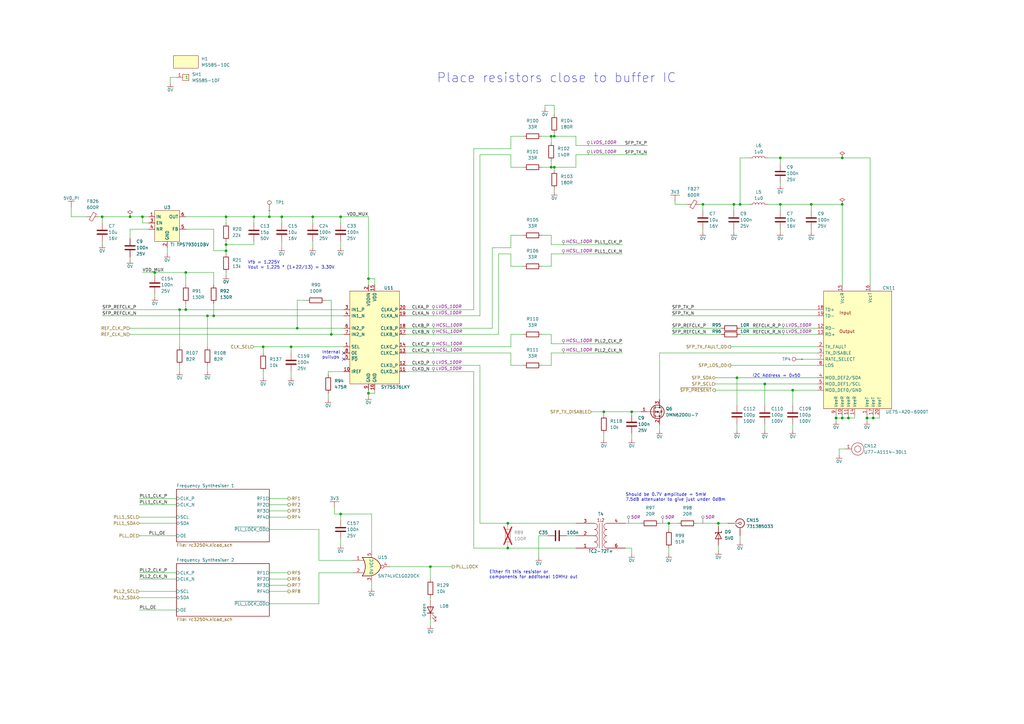
<source format=kicad_sch>
(kicad_sch (version 20230121) (generator eeschema)
  (paper "A3")
  (junction (at 288.29 83.82))
  (junction (at 320.04 64.77))
  (junction (at 358.14 171.45))
  (junction (at 115.57 88.9))
  (junction (at 345.44 171.45))
  (junction (at 345.44 83.82))
  (junction (at 342.9 171.45))
  (junction (at 104.14 88.9))
  (junction (at 63.5 111.76))
  (junction (at 320.04 83.82))
  (junction (at 247.65 168.91))
  (junction (at 332.74 83.82))
  (junction (at 76.2 127))
  (junction (at 119.38 142.24))
  (junction (at 85.09 129.54))
  (junction (at 208.28 214.63))
  (junction (at 151.13 161.29))
  (junction (at 208.28 224.79))
  (junction (at 135.89 137.16))
  (junction (at 151.13 114.3))
  (junction (at 294.64 214.63))
  (junction (at 227.33 55.88))
  (junction (at 76.2 111.76))
  (junction (at 139.7 88.9))
  (junction (at 274.32 214.63))
  (junction (at 58.42 88.9))
  (junction (at 313.69 157.48))
  (junction (at 107.95 142.24))
  (junction (at 128.27 88.9))
  (junction (at 176.53 232.41))
  (junction (at 300.99 83.82))
  (junction (at 355.6 171.45))
  (junction (at 87.63 129.54))
  (junction (at 73.66 127))
  (junction (at 345.44 64.77))
  (junction (at 226.06 68.58))
  (junction (at 41.91 88.9))
  (junction (at 92.71 88.9))
  (junction (at 227.33 68.58))
  (junction (at 303.53 83.82))
  (junction (at 259.08 168.91))
  (junction (at 92.71 102.87))
  (junction (at 139.7 210.82))
  (junction (at 347.98 171.45))
  (junction (at 325.12 160.02))
  (junction (at 226.06 55.88))
  (junction (at 121.92 134.62))
  (junction (at 110.49 88.9))
  (junction (at 92.71 100.33))
  (junction (at 302.26 154.94))
  (junction (at 53.34 88.9))
  (no_connect (at 140.97 147.32))
  (no_connect (at 140.97 144.78))
  (wire (pts (xy 153.67 160.02) (xy 153.67 161.29)))
  (wire (pts (xy 270.51 214.63) (xy 274.32 214.63)))
  (wire (pts (xy 226.06 104.14) (xy 255.27 104.14)))
  (wire (pts (xy 152.4 210.82) (xy 152.4 226.06)))
  (wire (pts (xy 85.09 129.54) (xy 85.09 142.24)))
  (wire (pts (xy 60.96 93.98) (xy 53.34 93.98)))
  (wire (pts (xy 166.37 142.24) (xy 209.55 142.24)))
  (wire (pts (xy 53.34 88.9) (xy 58.42 88.9)))
  (wire (pts (xy 92.71 91.44) (xy 92.71 88.9)))
  (wire (pts (xy 57.15 204.47) (xy 72.39 204.47)))
  (wire (pts (xy 151.13 160.02) (xy 151.13 161.29)))
  (wire (pts (xy 222.25 55.88) (xy 226.06 55.88)))
  (wire (pts (xy 63.5 111.76) (xy 76.2 111.76)))
  (wire (pts (xy 57.15 242.57) (xy 72.39 242.57)))
  (wire (pts (xy 226.06 55.88) (xy 227.33 55.88)))
  (wire (pts (xy 226.06 96.52) (xy 226.06 100.33)))
  (wire (pts (xy 57.15 214.63) (xy 72.39 214.63)))
  (wire (pts (xy 196.85 63.5) (xy 209.55 63.5)))
  (wire (pts (xy 259.08 168.91) (xy 259.08 170.18)))
  (wire (pts (xy 227.33 68.58) (xy 227.33 69.85)))
  (wire (pts (xy 166.37 127) (xy 194.31 127)))
  (wire (pts (xy 270.51 144.78) (xy 335.28 144.78)))
  (wire (pts (xy 119.38 152.4) (xy 119.38 154.94)))
  (wire (pts (xy 347.98 171.45) (xy 350.52 171.45)))
  (wire (pts (xy 134.62 152.4) (xy 140.97 152.4)))
  (wire (pts (xy 350.52 171.45) (xy 350.52 170.18)))
  (wire (pts (xy 220.98 219.71) (xy 224.79 219.71)))
  (wire (pts (xy 53.34 134.62) (xy 121.92 134.62)))
  (wire (pts (xy 287.02 83.82) (xy 288.29 83.82)))
  (wire (pts (xy 110.49 86.36) (xy 110.49 88.9)))
  (wire (pts (xy 342.9 171.45) (xy 345.44 171.45)))
  (wire (pts (xy 57.15 219.71) (xy 72.39 219.71)))
  (wire (pts (xy 275.59 134.62) (xy 295.91 134.62)))
  (wire (pts (xy 275.59 127) (xy 335.28 127)))
  (wire (pts (xy 130.81 229.87) (xy 130.81 217.17)))
  (wire (pts (xy 73.66 149.86) (xy 73.66 152.4)))
  (wire (pts (xy 242.57 168.91) (xy 247.65 168.91)))
  (wire (pts (xy 227.33 55.88) (xy 236.22 55.88)))
  (wire (pts (xy 332.74 93.98) (xy 332.74 95.25)))
  (wire (pts (xy 358.14 170.18) (xy 358.14 171.45)))
  (wire (pts (xy 166.37 129.54) (xy 196.85 129.54)))
  (wire (pts (xy 104.14 99.06) (xy 104.14 100.33)))
  (wire (pts (xy 130.81 234.95) (xy 130.81 247.65)))
  (wire (pts (xy 227.33 77.47) (xy 227.33 78.74)))
  (wire (pts (xy 303.53 134.62) (xy 335.28 134.62)))
  (wire (pts (xy 345.44 171.45) (xy 347.98 171.45)))
  (wire (pts (xy 314.96 64.77) (xy 320.04 64.77)))
  (wire (pts (xy 300.99 93.98) (xy 300.99 95.25)))
  (wire (pts (xy 328.93 147.32) (xy 335.28 147.32)))
  (wire (pts (xy 276.86 83.82) (xy 281.94 83.82)))
  (wire (pts (xy 92.71 100.33) (xy 92.71 102.87)))
  (wire (pts (xy 320.04 93.98) (xy 320.04 95.25)))
  (wire (pts (xy 110.49 88.9) (xy 115.57 88.9)))
  (wire (pts (xy 302.26 173.99) (xy 302.26 176.53)))
  (wire (pts (xy 151.13 114.3) (xy 151.13 116.84)))
  (wire (pts (xy 73.66 127) (xy 76.2 127)))
  (wire (pts (xy 313.69 173.99) (xy 313.69 176.53)))
  (wire (pts (xy 69.85 34.29) (xy 69.85 31.75)))
  (wire (pts (xy 57.15 212.09) (xy 72.39 212.09)))
  (wire (pts (xy 247.65 177.8) (xy 247.65 180.34)))
  (wire (pts (xy 214.63 55.88) (xy 209.55 55.88)))
  (wire (pts (xy 223.52 43.18) (xy 227.33 43.18)))
  (wire (pts (xy 236.22 59.69) (xy 265.43 59.69)))
  (wire (pts (xy 41.91 88.9) (xy 53.34 88.9)))
  (wire (pts (xy 303.53 64.77) (xy 303.53 83.82)))
  (wire (pts (xy 115.57 88.9) (xy 128.27 88.9)))
  (wire (pts (xy 128.27 99.06) (xy 128.27 101.6)))
  (wire (pts (xy 214.63 68.58) (xy 209.55 68.58)))
  (wire (pts (xy 121.92 134.62) (xy 140.97 134.62)))
  (wire (pts (xy 209.55 68.58) (xy 209.55 63.5)))
  (wire (pts (xy 41.91 99.06) (xy 41.91 100.33)))
  (wire (pts (xy 58.42 111.76) (xy 63.5 111.76)))
  (wire (pts (xy 259.08 224.79) (xy 259.08 227.33)))
  (wire (pts (xy 53.34 105.41) (xy 53.34 106.68)))
  (wire (pts (xy 125.73 123.19) (xy 121.92 123.19)))
  (wire (pts (xy 110.49 247.65) (xy 130.81 247.65)))
  (wire (pts (xy 285.75 214.63) (xy 294.64 214.63)))
  (wire (pts (xy 209.55 149.86) (xy 209.55 144.78)))
  (wire (pts (xy 256.54 214.63) (xy 262.89 214.63)))
  (wire (pts (xy 119.38 142.24) (xy 119.38 144.78)))
  (wire (pts (xy 274.32 214.63) (xy 278.13 214.63)))
  (wire (pts (xy 355.6 170.18) (xy 355.6 171.45)))
  (wire (pts (xy 227.33 43.18) (xy 227.33 46.99)))
  (wire (pts (xy 63.5 120.65) (xy 63.5 121.92)))
  (wire (pts (xy 209.55 96.52) (xy 209.55 101.6)))
  (wire (pts (xy 325.12 160.02) (xy 325.12 166.37)))
  (wire (pts (xy 144.78 234.95) (xy 130.81 234.95)))
  (wire (pts (xy 194.31 127) (xy 194.31 60.96)))
  (wire (pts (xy 259.08 177.8) (xy 259.08 180.34)))
  (wire (pts (xy 85.09 129.54) (xy 87.63 129.54)))
  (wire (pts (xy 40.64 88.9) (xy 41.91 88.9)))
  (wire (pts (xy 214.63 109.22) (xy 209.55 109.22)))
  (wire (pts (xy 294.64 214.63) (xy 298.45 214.63)))
  (wire (pts (xy 209.55 109.22) (xy 209.55 104.14)))
  (wire (pts (xy 68.58 101.6) (xy 68.58 104.14)))
  (wire (pts (xy 270.51 173.99) (xy 270.51 176.53)))
  (wire (pts (xy 152.4 238.76) (xy 152.4 241.3)))
  (wire (pts (xy 60.96 88.9) (xy 58.42 88.9)))
  (wire (pts (xy 134.62 153.67) (xy 134.62 152.4)))
  (wire (pts (xy 299.72 142.24) (xy 335.28 142.24)))
  (wire (pts (xy 294.64 223.52) (xy 294.64 226.06)))
  (wire (pts (xy 342.9 171.45) (xy 342.9 172.72)))
  (wire (pts (xy 139.7 220.98) (xy 139.7 223.52)))
  (wire (pts (xy 344.17 184.15) (xy 346.71 184.15)))
  (wire (pts (xy 110.49 217.17) (xy 130.81 217.17)))
  (wire (pts (xy 236.22 63.5) (xy 265.43 63.5)))
  (wire (pts (xy 153.67 116.84) (xy 153.67 114.3)))
  (wire (pts (xy 226.06 144.78) (xy 255.27 144.78)))
  (wire (pts (xy 92.71 88.9) (xy 76.2 88.9)))
  (wire (pts (xy 226.06 137.16) (xy 226.06 140.97)))
  (wire (pts (xy 119.38 142.24) (xy 140.97 142.24)))
  (wire (pts (xy 356.87 64.77) (xy 356.87 116.84)))
  (wire (pts (xy 121.92 123.19) (xy 121.92 134.62)))
  (wire (pts (xy 196.85 129.54) (xy 196.85 63.5)))
  (wire (pts (xy 41.91 88.9) (xy 41.91 91.44)))
  (wire (pts (xy 176.53 245.11) (xy 176.53 246.38)))
  (wire (pts (xy 288.29 83.82) (xy 288.29 86.36)))
  (wire (pts (xy 57.15 245.11) (xy 72.39 245.11)))
  (wire (pts (xy 226.06 140.97) (xy 255.27 140.97)))
  (wire (pts (xy 137.16 210.82) (xy 139.7 210.82)))
  (wire (pts (xy 347.98 170.18) (xy 347.98 171.45)))
  (wire (pts (xy 345.44 170.18) (xy 345.44 171.45)))
  (wire (pts (xy 176.53 232.41) (xy 185.42 232.41)))
  (wire (pts (xy 358.14 171.45) (xy 360.68 171.45)))
  (wire (pts (xy 134.62 161.29) (xy 134.62 163.83)))
  (wire (pts (xy 76.2 93.98) (xy 87.63 93.98)))
  (wire (pts (xy 29.21 85.09) (xy 29.21 88.9)))
  (wire (pts (xy 247.65 168.91) (xy 247.65 170.18)))
  (wire (pts (xy 104.14 88.9) (xy 110.49 88.9)))
  (wire (pts (xy 85.09 149.86) (xy 85.09 152.4)))
  (wire (pts (xy 87.63 93.98) (xy 87.63 102.87)))
  (wire (pts (xy 320.04 64.77) (xy 345.44 64.77)))
  (wire (pts (xy 208.28 224.79) (xy 236.22 224.79)))
  (wire (pts (xy 92.71 88.9) (xy 104.14 88.9)))
  (wire (pts (xy 110.49 204.47) (xy 118.11 204.47)))
  (wire (pts (xy 41.91 129.54) (xy 85.09 129.54)))
  (wire (pts (xy 139.7 210.82) (xy 152.4 210.82)))
  (wire (pts (xy 87.63 111.76) (xy 87.63 116.84)))
  (wire (pts (xy 204.47 104.14) (xy 204.47 137.16)))
  (wire (pts (xy 139.7 88.9) (xy 151.13 88.9)))
  (wire (pts (xy 139.7 213.36) (xy 139.7 210.82)))
  (wire (pts (xy 76.2 111.76) (xy 76.2 116.84)))
  (wire (pts (xy 345.44 83.82) (xy 345.44 116.84)))
  (wire (pts (xy 274.32 214.63) (xy 274.32 217.17)))
  (wire (pts (xy 275.59 137.16) (xy 295.91 137.16)))
  (wire (pts (xy 58.42 91.44) (xy 60.96 91.44)))
  (wire (pts (xy 247.65 168.91) (xy 259.08 168.91)))
  (wire (pts (xy 360.68 171.45) (xy 360.68 170.18)))
  (wire (pts (xy 151.13 161.29) (xy 151.13 162.56)))
  (wire (pts (xy 214.63 137.16) (xy 209.55 137.16)))
  (wire (pts (xy 222.25 109.22) (xy 226.06 109.22)))
  (wire (pts (xy 222.25 137.16) (xy 226.06 137.16)))
  (wire (pts (xy 92.71 111.76) (xy 92.71 113.03)))
  (wire (pts (xy 226.06 100.33) (xy 255.27 100.33)))
  (wire (pts (xy 314.96 83.82) (xy 320.04 83.82)))
  (wire (pts (xy 208.28 224.79) (xy 194.31 224.79)))
  (wire (pts (xy 201.93 101.6) (xy 209.55 101.6)))
  (wire (pts (xy 76.2 124.46) (xy 76.2 127)))
  (wire (pts (xy 92.71 100.33) (xy 104.14 100.33)))
  (wire (pts (xy 294.64 214.63) (xy 294.64 215.9)))
  (wire (pts (xy 303.53 83.82) (xy 307.34 83.82)))
  (wire (pts (xy 236.22 55.88) (xy 236.22 59.69)))
  (wire (pts (xy 208.28 214.63) (xy 236.22 214.63)))
  (wire (pts (xy 345.44 64.77) (xy 356.87 64.77)))
  (wire (pts (xy 223.52 44.45) (xy 223.52 43.18)))
  (wire (pts (xy 194.31 60.96) (xy 209.55 60.96)))
  (wire (pts (xy 302.26 166.37) (xy 302.26 154.94)))
  (wire (pts (xy 57.15 234.95) (xy 72.39 234.95)))
  (wire (pts (xy 107.95 142.24) (xy 107.95 144.78)))
  (wire (pts (xy 58.42 88.9) (xy 58.42 91.44)))
  (wire (pts (xy 325.12 173.99) (xy 325.12 176.53)))
  (wire (pts (xy 355.6 171.45) (xy 355.6 172.72)))
  (wire (pts (xy 204.47 104.14) (xy 209.55 104.14)))
  (wire (pts (xy 128.27 88.9) (xy 128.27 91.44)))
  (wire (pts (xy 139.7 88.9) (xy 139.7 91.44)))
  (wire (pts (xy 226.06 144.78) (xy 226.06 149.86)))
  (wire (pts (xy 262.89 168.91) (xy 259.08 168.91)))
  (wire (pts (xy 92.71 102.87) (xy 92.71 104.14)))
  (wire (pts (xy 53.34 137.16) (xy 135.89 137.16)))
  (wire (pts (xy 220.98 228.6) (xy 220.98 219.71)))
  (wire (pts (xy 110.49 242.57) (xy 118.11 242.57)))
  (wire (pts (xy 222.25 96.52) (xy 226.06 96.52)))
  (wire (pts (xy 115.57 99.06) (xy 115.57 101.6)))
  (wire (pts (xy 276.86 82.55) (xy 276.86 83.82)))
  (wire (pts (xy 275.59 129.54) (xy 335.28 129.54)))
  (wire (pts (xy 209.55 55.88) (xy 209.55 60.96)))
  (wire (pts (xy 110.49 207.01) (xy 118.11 207.01)))
  (wire (pts (xy 73.66 127) (xy 73.66 142.24)))
  (wire (pts (xy 115.57 88.9) (xy 115.57 91.44)))
  (wire (pts (xy 76.2 127) (xy 140.97 127)))
  (wire (pts (xy 92.71 99.06) (xy 92.71 100.33)))
  (wire (pts (xy 133.35 123.19) (xy 135.89 123.19)))
  (wire (pts (xy 107.95 142.24) (xy 119.38 142.24)))
  (wire (pts (xy 139.7 99.06) (xy 139.7 101.6)))
  (wire (pts (xy 128.27 88.9) (xy 139.7 88.9)))
  (wire (pts (xy 302.26 154.94) (xy 335.28 154.94)))
  (wire (pts (xy 110.49 212.09) (xy 118.11 212.09)))
  (wire (pts (xy 63.5 111.76) (xy 63.5 113.03)))
  (wire (pts (xy 288.29 93.98) (xy 288.29 95.25)))
  (wire (pts (xy 332.74 83.82) (xy 345.44 83.82)))
  (wire (pts (xy 201.93 101.6) (xy 201.93 134.62)))
  (wire (pts (xy 226.06 66.04) (xy 226.06 68.58)))
  (wire (pts (xy 57.15 237.49) (xy 72.39 237.49)))
  (wire (pts (xy 107.95 152.4) (xy 107.95 154.94)))
  (wire (pts (xy 214.63 149.86) (xy 209.55 149.86)))
  (wire (pts (xy 137.16 208.28) (xy 137.16 210.82)))
  (wire (pts (xy 274.32 224.79) (xy 274.32 227.33)))
  (wire (pts (xy 303.53 219.71) (xy 303.53 222.25)))
  (wire (pts (xy 104.14 142.24) (xy 107.95 142.24)))
  (wire (pts (xy 335.28 157.48) (xy 313.69 157.48)))
  (wire (pts (xy 300.99 83.82) (xy 303.53 83.82)))
  (wire (pts (xy 87.63 102.87) (xy 92.71 102.87)))
  (wire (pts (xy 222.25 68.58) (xy 226.06 68.58)))
  (wire (pts (xy 313.69 157.48) (xy 313.69 166.37)))
  (wire (pts (xy 342.9 170.18) (xy 342.9 171.45)))
  (wire (pts (xy 151.13 161.29) (xy 153.67 161.29)))
  (wire (pts (xy 226.06 68.58) (xy 227.33 68.58)))
  (wire (pts (xy 320.04 74.93) (xy 320.04 76.2)))
  (wire (pts (xy 293.37 160.02) (xy 325.12 160.02)))
  (wire (pts (xy 166.37 149.86) (xy 196.85 149.86)))
  (wire (pts (xy 300.99 83.82) (xy 300.99 86.36)))
  (wire (pts (xy 209.55 137.16) (xy 209.55 142.24)))
  (wire (pts (xy 288.29 83.82) (xy 300.99 83.82)))
  (wire (pts (xy 236.22 68.58) (xy 236.22 63.5)))
  (wire (pts (xy 226.06 104.14) (xy 226.06 109.22)))
  (wire (pts (xy 335.28 160.02) (xy 325.12 160.02)))
  (wire (pts (xy 307.34 64.77) (xy 303.53 64.77)))
  (wire (pts (xy 227.33 68.58) (xy 236.22 68.58)))
  (wire (pts (xy 344.17 186.69) (xy 344.17 184.15)))
  (wire (pts (xy 176.53 254) (xy 176.53 256.54)))
  (wire (pts (xy 104.14 88.9) (xy 104.14 91.44)))
  (wire (pts (xy 320.04 83.82) (xy 332.74 83.82)))
  (wire (pts (xy 41.91 127) (xy 73.66 127)))
  (wire (pts (xy 110.49 240.03) (xy 118.11 240.03)))
  (wire (pts (xy 110.49 209.55) (xy 118.11 209.55)))
  (wire (pts (xy 135.89 123.19) (xy 135.89 137.16)))
  (wire (pts (xy 166.37 144.78) (xy 209.55 144.78)))
  (wire (pts (xy 76.2 111.76) (xy 87.63 111.76)))
  (wire (pts (xy 166.37 137.16) (xy 204.47 137.16)))
  (wire (pts (xy 208.28 214.63) (xy 196.85 214.63)))
  (wire (pts (xy 208.28 223.52) (xy 208.28 224.79)))
  (wire (pts (xy 320.04 64.77) (xy 320.04 67.31)))
  (wire (pts (xy 293.37 154.94) (xy 302.26 154.94)))
  (wire (pts (xy 332.74 83.82) (xy 332.74 86.36)))
  (wire (pts (xy 57.15 207.01) (xy 72.39 207.01)))
  (wire (pts (xy 151.13 88.9) (xy 151.13 114.3)))
  (wire (pts (xy 222.25 149.86) (xy 226.06 149.86)))
  (wire (pts (xy 270.51 163.83) (xy 270.51 144.78)))
  (wire (pts (xy 299.72 149.86) (xy 335.28 149.86)))
  (wire (pts (xy 214.63 96.52) (xy 209.55 96.52)))
  (wire (pts (xy 57.15 250.19) (xy 72.39 250.19)))
  (wire (pts (xy 53.34 93.98) (xy 53.34 97.79)))
  (wire (pts (xy 166.37 152.4) (xy 194.31 152.4)))
  (wire (pts (xy 166.37 134.62) (xy 201.93 134.62)))
  (wire (pts (xy 256.54 224.79) (xy 259.08 224.79)))
  (wire (pts (xy 320.04 83.82) (xy 320.04 86.36)))
  (wire (pts (xy 87.63 129.54) (xy 140.97 129.54)))
  (wire (pts (xy 355.6 171.45) (xy 358.14 171.45)))
  (wire (pts (xy 196.85 214.63) (xy 196.85 149.86)))
  (wire (pts (xy 110.49 237.49) (xy 118.11 237.49)))
  (wire (pts (xy 87.63 124.46) (xy 87.63 129.54)))
  (wire (pts (xy 35.56 88.9) (xy 29.21 88.9)))
  (wire (pts (xy 176.53 232.41) (xy 176.53 237.49)))
  (wire (pts (xy 194.31 152.4) (xy 194.31 224.79)))
  (wire (pts (xy 151.13 114.3) (xy 153.67 114.3)))
  (wire (pts (xy 144.78 229.87) (xy 130.81 229.87)))
  (wire (pts (xy 293.37 157.48) (xy 313.69 157.48)))
  (wire (pts (xy 303.53 137.16) (xy 335.28 137.16)))
  (wire (pts (xy 227.33 55.88) (xy 227.33 54.61)))
  (wire (pts (xy 232.41 219.71) (xy 236.22 219.71)))
  (wire (pts (xy 160.02 232.41) (xy 176.53 232.41)))
  (wire (pts (xy 69.85 31.75) (xy 72.39 31.75)))
  (wire (pts (xy 208.28 214.63) (xy 208.28 215.9)))
  (wire (pts (xy 135.89 137.16) (xy 140.97 137.16)))
  (wire (pts (xy 226.06 55.88) (xy 226.06 58.42)))
  (wire (pts (xy 110.49 234.95) (xy 118.11 234.95)))
  (text "Should be 0.7V amplitude = 5mW\n7.5dB attenuator to give just under 0dBm" (at 256.54 205.74 0) (effects (font (size 1.27 1.27)) (justify left bottom)))
  (text "Place resistors close to buffer IC" (at 179.07 34.29 0) (effects (font (size 3.81 3.81)) (justify left bottom)))
  (text "Either fit this resistor or\ncomponents for additonal 10MHz out" (at 200.66 237.49 0) (effects (font (size 1.27 1.27)) (justify left bottom)))
  (text "Internal\npullups" (at 132.08 147.32 0) (effects (font (size 1.27 1.27)) (justify left bottom)))
  (text "Vfb = 1.225V\nVout = 1.225 * (1+22/13) = 3.30V" (at 101.6 110.49 0) (effects (font (size 1.27 1.27)) (justify left bottom)))
  (text "I2C Address = 0x50" (at 308.61 154.94 0) (effects (font (size 1.27 1.27)) (justify left bottom)))
  (label "SFP_REFCLK_N" (at 275.59 137.16 0))
  (label "PLL_OE" (at 60.96 219.71 0))
  (label "REFCLK_R_P" (at 308.61 134.62 0))
  (label "CLKC_P" (at 168.91 142.24 0))
  (label "PLL2_CLK_P" (at 255.27 140.97 180))
  (label "CLKB_P" (at 168.91 134.62 0))
  (label "PLL2_CLK_P" (at 57.15 234.95 0))
  (label "SFP_REFCLK_P" (at 275.59 134.62 0))
  (label "PLL1_CLK_N" (at 255.27 104.14 180))
  (label "REFCLK_R_N" (at 308.61 137.16 0))
  (label "PLL1_CLK_P" (at 255.27 100.33 180))
  (label "VDD_MUX" (at 142.24 88.9 0))
  (label "PLL2_CLK_N" (at 57.15 237.49 0))
  (label "CLKB_N" (at 168.91 137.16 0))
  (label "SFP_TX_N" (at 275.59 129.54 0))
  (label "SFP_TX_P" (at 275.59 127 0))
  (label "SFP_TX_N" (at 265.43 63.5 180))
  (label "VDD_MUX" (at 58.42 111.76 0))
  (label "CLKD_N" (at 168.91 152.4 0))
  (label "PLL2_CLK_N" (at 255.27 144.78 180))
  (label "PLL1_CLK_N" (at 57.15 207.01 0))
  (label "CLKA_P" (at 168.91 127 0))
  (label "CLKC_N" (at 168.91 144.78 0))
  (label "CLKA_N" (at 168.91 129.54 0))
  (label "PLL_OE" (at 57.15 250.19 0))
  (label "SFP_REFCLK_P" (at 41.91 127 0))
  (label "SFP_REFCLK_N" (at 41.91 129.54 0))
  (label "CLKD_P" (at 168.91 149.86 0))
  (label "SFP_TX_P" (at 265.43 59.69 180))
  (label "PLL1_CLK_P" (at 57.15 204.47 0))
  (hierarchical_label "PLL1_SDA" (shape bidirectional) (at 57.15 214.63 180))
  (hierarchical_label "RF7" (shape output) (at 118.11 240.03 0))
  (hierarchical_label "SFP_SDA" (shape bidirectional) (at 293.37 154.94 180))
  (hierarchical_label "REF_CLK_N" (shape input) (at 53.34 137.16 180))
  (hierarchical_label "PLL2_SCL" (shape input) (at 57.15 242.57 180))
  (hierarchical_label "SFP_LOS_OD" (shape output) (at 299.72 149.86 180))
  (hierarchical_label "RF6" (shape output) (at 118.11 237.49 0))
  (hierarchical_label "REF_CLK_P" (shape input) (at 53.34 134.62 180))
  (hierarchical_label "SFP_TX_DISABLE" (shape input) (at 242.57 168.91 180))
  (hierarchical_label "RF8" (shape output) (at 118.11 242.57 0))
  (hierarchical_label "SFP_SCL" (shape input) (at 293.37 157.48 180))
  (hierarchical_label "PLL2_SDA" (shape bidirectional) (at 57.15 245.11 180))
  (hierarchical_label "RF5" (shape output) (at 118.11 234.95 0))
  (hierarchical_label "~{SFP_PRESENT}" (shape output) (at 293.37 160.02 180))
  (hierarchical_label "PLL_OE" (shape input) (at 57.15 219.71 180))
  (hierarchical_label "RF4" (shape output) (at 118.11 212.09 0))
  (hierarchical_label "RF3" (shape output) (at 118.11 209.55 0))
  (hierarchical_label "CLK_SEL" (shape input) (at 104.14 142.24 180))
  (hierarchical_label "RF2" (shape output) (at 118.11 207.01 0))
  (hierarchical_label "SFP_TX_FAULT_OD" (shape output) (at 299.72 142.24 180))
  (hierarchical_label "PLL_LOCK" (shape output) (at 185.42 232.41 0))
  (hierarchical_label "RF1" (shape output) (at 118.11 204.47 0))
  (hierarchical_label "PLL1_SCL" (shape input) (at 57.15 212.09 180))
  (netclass_flag "" (length 1.27) (shape round) (at 177.8 152.4 0) (property "Netclass" "LVDS_100R" (at 178.689 151.13 0) (effects (font italic) (justify left))))
  (netclass_flag "" (length 1.27) (shape round) (at 177.8 129.54 0) (property "Netclass" "LVDS_100R" (at 178.689 128.27 0) (effects (font italic) (justify left))))
  (netclass_flag "" (length 1.27) (shape round) (at 177.8 142.24 0) (property "Netclass" "HCSL_100R" (at 178.689 140.97 0) (effects (font italic) (justify left))))
  (netclass_flag "" (length 1.27) (shape round) (at 177.8 137.16 0) (property "Netclass" "HCSL_100R" (at 178.689 135.89 0) (effects (font italic) (justify left))))
  (netclass_flag "" (length 1.27) (shape round) (at 241.3 59.69 0) (property "Netclass" "LVDS_100R" (at 242.189 58.42 0) (effects (font italic) (justify left))))
  (netclass_flag "" (length 1.27) (shape round) (at 241.3 63.5 0) (property "Netclass" "LVDS_100R" (at 242.189 62.23 0) (effects (font italic) (justify left))))
  (netclass_flag "" (length 2.54) (shape round) (at 271.78 214.63 0) (property "Netclass" "50R" (at 272.669 212.09 0) (effects (font italic) (justify left))))
  (netclass_flag "" (length 1.27) (shape round) (at 321.31 134.62 0) (property "Netclass" "LVDS_100R" (at 322.199 133.35 0) (effects (font italic) (justify left))))
  (netclass_flag "" (length 1.27) (shape round) (at 177.8 134.62 0) (property "Netclass" "HCSL_100R" (at 178.689 133.35 0) (effects (font italic) (justify left))))
  (netclass_flag "" (length 1.27) (shape round) (at 231.14 140.97 0) (property "Netclass" "HCSL_100R" (at 232.029 139.7 0) (effects (font italic) (justify left))))
  (netclass_flag "" (length 1.27) (shape round) (at 177.8 149.86 0) (property "Netclass" "LVDS_100R" (at 178.689 148.59 0) (effects (font italic) (justify left))))
  (netclass_flag "" (length 2.54) (shape round) (at 257.81 214.63 0) (property "Netclass" "50R" (at 258.699 212.09 0) (effects (font italic) (justify left))))
  (netclass_flag "" (length 1.27) (shape round) (at 231.14 144.78 0) (property "Netclass" "HCSL_100R" (at 232.029 143.51 0) (effects (font italic) (justify left))))
  (netclass_flag "" (length 1.27) (shape round) (at 177.8 144.78 0) (property "Netclass" "HCSL_100R" (at 178.689 143.51 0) (effects (font italic) (justify left))))
  (netclass_flag "" (length 1.27) (shape round) (at 231.14 100.33 0) (property "Netclass" "HCSL_100R" (at 232.029 99.06 0) (effects (font italic) (justify left))))
  (netclass_flag "" (length 1.27) (shape round) (at 321.31 137.16 0) (property "Netclass" "LVDS_100R" (at 322.199 135.89 0) (effects (font italic) (justify left))))
  (netclass_flag "" (length 1.27) (shape round) (at 231.14 104.14 0) (property "Netclass" "HCSL_100R" (at 232.029 102.87 0) (effects (font italic) (justify left))))
  (netclass_flag "" (length 1.27) (shape round) (at 177.8 127 0) (property "Netclass" "LVDS_100R" (at 178.689 125.73 0) (effects (font italic) (justify left))))
  (netclass_flag "" (length 2.54) (shape round) (at 288.29 214.63 0) (property "Netclass" "50R" (at 289.179 212.09 0) (effects (font italic) (justify left))))
  (symbol (lib_id "Preferred_WUT:KOA Speer RK73H1ETTP33R0F") (at 218.44 137.16 90) (unit 1)
    (property "Reference" "R110" (at 218.44 130.81 90))
    (property "Value" "33R" (at 218.44 133.35 90))
    (property "Footprint" "Resistor_SMD:R_0402_1005Metric" (effects hide))
    (property "Datasheet" "https://www.koaspeer.com/pdfs/RK73H.pdf" (effects hide))
    (property "MPN" "RK73H1ETTP33R0F" (effects hide))
    (property "Manufacturer" "KOA Speer" (effects hide))
    (property "Tolerance" "1%" (effects hide))
    (property "Height" "0.4mm" (effects hide))
  )
  (symbol (lib_id "Power_WUT:0V") (at 247.65 180.34 0) (unit 1) (in_bom no) (on_board no)
    (property "Reference" "#PWR0292" (effects hide))
    (property "Value" "0V" (at 247.65 182.88 0))
  )
  (symbol (lib_id "Auto_Library_WUT:Kemet C0402C101F1GACTU") (at 325.12 170.18 0) (unit 1)
    (property "Reference" "C109" (at 327.66 167.64 0) (effects (justify left)))
    (property "Value" "100p" (at 327.66 170.18 0) (effects (justify left)))
    (property "Footprint" "Capacitor_SMD:C_0402_1005Metric" (effects hide))
    (property "Datasheet" "https://www.mouser.co.uk/datasheet/2/447/KEM_C1006_X5R_SMD-3316465.pdf" (effects hide))
    (property "Voltage" "100V" (at 327.66 172.72 0) (effects (justify left)))
    (property "Manufacturer" "Kemet" (effects hide))
    (property "MPN" "C0402C101F1GACTU" (effects hide))
    (property "Tolerance" "0.01" (effects hide))
    (property "Dielectric" "NP0/C0G" (effects hide))
    (property "Height" "0.5mm" (effects hide))
  )
  (symbol (lib_id "Preferred_WUT:Yageo CC0402KRX7R8BB104") (at 228.6 219.71 90) (unit 1)
    (property "Reference" "C35" (at 224.79 218.44 90) (effects (justify left)))
    (property "Value" "100n" (at 232.41 218.44 90) (effects (justify right)))
    (property "Footprint" "Capacitor_SMD:C_0402_1005Metric" (effects hide))
    (property "Datasheet" "https://www.yageo.com/upload/media/product/productsearch/datasheet/mlcc/UPY-GPHC_X7R_6.3V-to-250V_23.pdf" (effects hide))
    (property "Voltage" "25V" (effects hide))
    (property "Manufacturer" "Yageo" (effects hide))
    (property "MPN" "CC0402KRX7R8BB104" (effects hide))
    (property "Tolerance" "10%" (effects hide))
    (property "Dielectric" "X7R" (effects hide))
    (property "Height" "0.5mm" (effects hide))
    (instances (project "Master Timing Card" (path "" (reference "C35") (unit 1)) (path "" (reference "C114") (unit 1)) (path "" (reference "C25") (unit 1))))
  )
  (symbol (lib_id "Preferred_WUT:Samsung Electro-Mechanics CL10A106MO8NQNC") (at 115.57 95.25 0) (unit 1)
    (property "Reference" "C15" (at 118.11 92.71 0) (effects (justify left)))
    (property "Value" "10u" (at 118.11 95.25 0) (effects (justify left)))
    (property "Footprint" "Capacitor_SMD:C_0603_1608Metric" (effects hide))
    (property "Datasheet" "https://www.mouser.co.uk/datasheet/2/585/MLCC-1837944.pdf" (effects hide))
    (property "Voltage" "16V" (at 118.11 97.79 0) (effects (justify left)))
    (property "Manufacturer" "Samsung Electro-Mechanics" (effects hide))
    (property "MPN" "CL10A106MO8NQNC" (effects hide))
    (property "Tolerance" "20%" (effects hide))
    (property "Dielectric" "X5R" (effects hide))
    (property "Height" "0.9mm" (effects hide))
    (instances (project "Master Timing Card" (path "" (reference "C15") (unit 1)) (path "" (reference "C31") (unit 1))))
  )
  (symbol (lib_id "Preferred_WUT:KOA Speer RK73H1ETTP1002F") (at 176.53 241.3 180) (unit 1)
    (property "Reference" "R129" (at 179.07 240.03 0) (effects (justify right)))
    (property "Value" "10k" (at 179.07 242.57 0) (effects (justify right)))
    (property "Footprint" "Resistor_SMD:R_0402_1005Metric" (effects hide))
    (property "Datasheet" "https://www.koaspeer.com/pdfs/RK73H.pdf" (effects hide))
    (property "MPN" "RK73H1ETTP1002F" (effects hide))
    (property "Manufacturer" "KOA Speer" (effects hide))
    (property "Tolerance" "1%" (effects hide))
    (property "Height" "0.4mm" (effects hide))
  )
  (symbol (lib_id "Power_WUT:0V") (at 63.5 121.92 0) (unit 1) (in_bom no) (on_board no)
    (property "Reference" "#PWR0219" (effects hide))
    (property "Value" "0V" (at 63.5 124.46 0))
    (instances (project "Master Timing Card" (path "" (reference "#PWR0219") (unit 1)) (path "" (reference "#PWR0160") (unit 1))))
  )
  (symbol (lib_id "Power_WUT:0V") (at 73.66 152.4 0) (unit 1) (in_bom no) (on_board no)
    (property "Reference" "#PWR0219" (effects hide))
    (property "Value" "0V" (at 73.66 154.94 0))
    (instances (project "Master Timing Card" (path "" (reference "#PWR0219") (unit 1)) (path "" (reference "#PWR0157") (unit 1))))
  )
  (symbol (lib_id "Power_WUT:0V") (at 139.7 101.6 0) (unit 1) (in_bom no) (on_board no)
    (property "Reference" "#PWR042" (effects hide))
    (property "Value" "0V" (at 139.7 104.14 0))
    (instances (project "Master Timing Card" (path "" (reference "#PWR042") (unit 1)) (path "" (reference "#PWR068") (unit 1))))
  )
  (symbol (lib_id "Auto_Library_WUT:Kemet C0402C101F1GACTU") (at 313.69 170.18 0) (unit 1)
    (property "Reference" "C110" (at 316.23 167.64 0) (effects (justify left)))
    (property "Value" "100p" (at 316.23 170.18 0) (effects (justify left)))
    (property "Footprint" "Capacitor_SMD:C_0402_1005Metric" (effects hide))
    (property "Datasheet" "https://www.mouser.co.uk/datasheet/2/447/KEM_C1006_X5R_SMD-3316465.pdf" (effects hide))
    (property "Voltage" "100V" (at 316.23 172.72 0) (effects (justify left)))
    (property "Manufacturer" "Kemet" (effects hide))
    (property "MPN" "C0402C101F1GACTU" (effects hide))
    (property "Tolerance" "0.01" (effects hide))
    (property "Dielectric" "NP0/C0G" (effects hide))
    (property "Height" "0.5mm" (effects hide))
  )
  (symbol (lib_id "Power_WUT:0V") (at 119.38 154.94 0) (unit 1) (in_bom no) (on_board no)
    (property "Reference" "#PWR0232" (effects hide))
    (property "Value" "0V" (at 119.38 157.48 0))
    (instances (project "Master Timing Card" (path "" (reference "#PWR0232") (unit 1)) (path "" (reference "#PWR0236") (unit 1))))
  )
  (symbol (lib_id "Power_WUT:0V") (at 152.4 241.3 0) (unit 1) (in_bom no) (on_board no)
    (property "Reference" "#PWR057" (effects hide))
    (property "Value" "0V" (at 152.4 243.84 0))
    (instances (project "Master Timing Card" (path "" (reference "#PWR057") (unit 1)) (path "" (reference "#PWR0158") (unit 1)) (path "" (reference "#PWR073") (unit 1))))
  )
  (symbol (lib_id "Power_WUT:PWR_FLAG") (at 53.34 88.9 0) (unit 1)
    (property "Reference" "#FLG07" (effects hide))
    (property "Value" "PWR_FLAG" (effects hide))
  )
  (symbol (lib_id "Auto_Library_WUT:KOA Speer RK73H1ETTP1400F ") (at 226.06 62.23 0) (unit 1)
    (property "Reference" "R102" (at 228.6 60.96 0) (effects (justify left)))
    (property "Value" "140R" (at 228.6 63.5 0) (effects (justify left)))
    (property "Footprint" "Resistor_SMD:R_0402_1005Metric" (effects hide))
    (property "Datasheet" "https://www.koaspeer.com/pdfs/RK73H.pdf" (effects hide))
    (property "MPN" "RK73H1ETTP1400F " (effects hide))
    (property "Manufacturer" "KOA Speer" (effects hide))
    (property "Tolerance" "1%" (effects hide))
    (property "Height" "0.4mm" (effects hide))
  )
  (symbol (lib_id "Preferred_WUT:Yageo CC0402KRX7R8BB104") (at 332.74 90.17 0) (unit 1)
    (property "Reference" "C9" (at 335.28 87.63 0) (effects (justify left)))
    (property "Value" "100n" (at 335.28 90.17 0) (effects (justify left)))
    (property "Footprint" "Capacitor_SMD:C_0402_1005Metric" (effects hide))
    (property "Datasheet" "https://www.yageo.com/upload/media/product/productsearch/datasheet/mlcc/UPY-GPHC_X7R_6.3V-to-250V_23.pdf" (effects hide))
    (property "Voltage" "25V" (at 335.28 92.71 0) (effects (justify left)))
    (property "Manufacturer" "Yageo" (effects hide))
    (property "MPN" "CC0402KRX7R8BB104" (effects hide))
    (property "Tolerance" "10%" (effects hide))
    (property "Dielectric" "X7R" (effects hide))
    (property "Height" "0.5mm" (effects hide))
    (instances (project "Master Timing Card" (path "" (reference "C9") (unit 1)) (path "" (reference "C106") (unit 1))))
  )
  (symbol (lib_id "Power_WUT:0V") (at 302.26 176.53 0) (unit 1) (in_bom no) (on_board no)
    (property "Reference" "#PWR0288" (effects hide))
    (property "Value" "0V" (at 302.26 179.07 0))
  )
  (symbol (lib_id "Power_WUT:0V") (at 134.62 163.83 0) (unit 1) (in_bom no) (on_board no)
    (property "Reference" "#PWR0263" (effects hide))
    (property "Value" "0V" (at 134.62 166.37 0))
  )
  (symbol (lib_id "Power_WUT:0V") (at 344.17 186.69 0) (unit 1) (in_bom no) (on_board no)
    (property "Reference" "#PWR0197" (effects hide))
    (property "Value" "0V" (at 344.17 189.23 0))
  )
  (symbol (lib_id "Power_WUT:0V") (at 274.32 227.33 0) (unit 1) (in_bom no) (on_board no)
    (property "Reference" "#PWR0268" (effects hide))
    (property "Value" "0V" (at 274.32 229.87 0))
  )
  (symbol (lib_id "Auto_Library_WUT:KOA Speer RK73H1ETTP10R0F") (at 299.72 134.62 90) (unit 1)
    (property "Reference" "R95" (at 295.91 133.35 90) (effects (justify left)))
    (property "Value" "10R" (at 303.53 133.35 90) (effects (justify right)))
    (property "Footprint" "Resistor_SMD:R_0402_1005Metric" (effects hide))
    (property "Datasheet" "https://www.koaspeer.com/pdfs/RK73H.pdf" (effects hide))
    (property "MPN" "RK73H1ETTP10R0F" (effects hide))
    (property "Manufacturer" "KOA Speer" (effects hide))
    (property "Tolerance" "1%" (effects hide))
    (property "Height" "0.4mm" (effects hide))
  )
  (symbol (lib_id "Power_WUT:PWR_FLAG") (at 345.44 83.82 0) (unit 1)
    (property "Reference" "#FLG06" (effects hide))
    (property "Value" "PWR_FLAG" (effects hide))
  )
  (symbol (lib_id "Power_WUT:0V") (at 355.6 172.72 0) (unit 1) (in_bom no) (on_board no)
    (property "Reference" "#PWR0196" (effects hide))
    (property "Value" "0V" (at 355.6 175.26 0))
  )
  (symbol (lib_id "Layout_WUT:TestPoint_1mm_SMD") (at 110.49 86.36 0) (unit 1) (in_bom no)
    (property "Reference" "TP1" (at 113.03 83.058 0) (effects (justify left)))
    (property "Value" "~" (at 110.49 86.36 0))
    (property "Footprint" "TestPoint:TestPoint_Pad_D1.0mm" (effects hide))
    (instances (project "Master Timing Card" (path "" (reference "TP1") (unit 1)) (path "" (reference "TP3") (unit 1))))
  )
  (symbol (lib_id "Power_WUT:0V") (at 176.53 256.54 0) (unit 1) (in_bom no) (on_board no)
    (property "Reference" "#PWR057" (effects hide))
    (property "Value" "0V" (at 176.53 259.08 0))
    (instances (project "Master Timing Card" (path "" (reference "#PWR057") (unit 1)) (path "" (reference "#PWR0158") (unit 1)) (path "" (reference "#PWR083") (unit 1))))
  )
  (symbol (lib_id "Power_WUT:0V") (at 332.74 95.25 0) (unit 1) (in_bom no) (on_board no)
    (property "Reference" "#PWR032" (effects hide))
    (property "Value" "0V" (at 332.74 97.79 0))
    (instances (project "Master Timing Card" (path "" (reference "#PWR032") (unit 1)) (path "" (reference "#PWR0286") (unit 1))))
  )
  (symbol (lib_id "Power_WUT:0V") (at 115.57 101.6 0) (unit 1) (in_bom no) (on_board no)
    (property "Reference" "#PWR040" (effects hide))
    (property "Value" "0V" (at 115.57 104.14 0))
    (instances (project "Master Timing Card" (path "" (reference "#PWR040") (unit 1)) (path "" (reference "#PWR0279") (unit 1))))
  )
  (symbol (lib_id "Preferred_WUT:Murata BLM18AG601SN1D") (at 38.1 88.9 0) (unit 1)
    (property "Reference" "FB26" (at 38.0619 82.55 0))
    (property "Value" "600R" (at 38.0619 85.09 0))
    (property "Footprint" "Inductor_SMD:L_0603_1608Metric" (effects hide))
    (property "Datasheet" "https://www.murata.com/en-eu/products/productdetail?partno=BLM18AG601SN1%23" (effects hide))
    (property "MPN" "BLM18AG601SN1D" (effects hide))
    (property "Manufacturer" "Murata" (effects hide))
    (property "Height" "0.95mm" (effects hide))
    (property "Rated Current" "500mA" (effects hide))
  )
  (symbol (lib_id "Power_WUT:3V3") (at 276.86 82.55 0) (unit 1) (in_bom no) (on_board no)
    (property "Reference" "#PWR0282" (effects hide))
    (property "Value" "3V3" (at 276.86 78.74 0))
  )
  (symbol (lib_id "IC_WUT:Microchip_SY75576LKY") (at 153.67 127 0) (unit 1)
    (property "Reference" "U11" (at 157.48 118.11 0) (effects (justify left)))
    (property "Value" "SY75576LKY" (at 156.21 158.75 0) (effects (justify left)))
    (property "Footprint" "Package_SO:TSSOP-20_4.4x6.5mm_P0.65mm" (effects hide))
    (property "Datasheet" "https://www.mouser.co.uk/datasheet/2/268/SY75576L-1891689.pdf" (effects hide))
    (property "Manufacturer" "Microchip" (effects hide))
    (property "MPN" "SY75576LKY" (effects hide))
  )
  (symbol (lib_id "Transformer_WUT:Minicircuits_TC2-72T") (at 246.38 219.71 180) (unit 1)
    (property "Reference" "T4" (at 246.38 210.82 0))
    (property "Value" "TC2-72T+" (at 246.38 226.06 0))
    (property "Footprint" "RF_WUT:MiniCircuits_AT1521" (effects hide))
    (property "Datasheet" "https://www.minicircuits.com/pdfs/TC2-72T+.pdf" (effects hide))
    (property "Manufacturer" "Minicircuits" (effects hide))
    (property "MPN" "TC2-72T+" (effects hide))
    (instances (project "Master Timing Card" (path "" (reference "T4") (unit 1)) (path "" (reference "T8") (unit 1)) (path "" (reference "T9") (unit 1))))
  )
  (symbol (lib_id "Auto_Library_WUT:KOA Speer RK73H1ETTP82R0F") (at 85.09 146.05 0) (unit 1)
    (property "Reference" "R108" (at 87.63 144.78 0) (effects (justify left)))
    (property "Value" "82R" (at 87.63 147.32 0) (effects (justify left)))
    (property "Footprint" "Resistor_SMD:R_0402_1005Metric" (effects hide))
    (property "Datasheet" "https://www.koaspeer.com/pdfs/RK73H.pdf" (effects hide))
    (property "MPN" "RK73H1ETTP82R0F" (effects hide))
    (property "Manufacturer" "KOA Speer" (effects hide))
    (property "Tolerance" "1%" (effects hide))
    (property "Height" "0.4mm" (effects hide))
  )
  (symbol (lib_id "Preferred_WUT:Yageo CC0402KRX7R8BB104") (at 320.04 71.12 0) (unit 1)
    (property "Reference" "C9" (at 322.58 68.58 0) (effects (justify left)))
    (property "Value" "100n" (at 322.58 71.12 0) (effects (justify left)))
    (property "Footprint" "Capacitor_SMD:C_0402_1005Metric" (effects hide))
    (property "Datasheet" "https://www.yageo.com/upload/media/product/productsearch/datasheet/mlcc/UPY-GPHC_X7R_6.3V-to-250V_23.pdf" (effects hide))
    (property "Voltage" "25V" (at 322.58 73.66 0) (effects (justify left)))
    (property "Manufacturer" "Yageo" (effects hide))
    (property "MPN" "CC0402KRX7R8BB104" (effects hide))
    (property "Tolerance" "10%" (effects hide))
    (property "Dielectric" "X7R" (effects hide))
    (property "Height" "0.5mm" (effects hide))
    (instances (project "Master Timing Card" (path "" (reference "C9") (unit 1)) (path "" (reference "C107") (unit 1))))
  )
  (symbol (lib_id "Preferred_WUT:Samsung Electro-Mechanics CL10A106MO8NQNC") (at 288.29 90.17 0) (unit 1)
    (property "Reference" "C7" (at 290.83 87.63 0) (effects (justify left)))
    (property "Value" "10u" (at 290.83 90.17 0) (effects (justify left)))
    (property "Footprint" "Capacitor_SMD:C_0603_1608Metric" (effects hide))
    (property "Datasheet" "https://www.mouser.co.uk/datasheet/2/585/MLCC-1837944.pdf" (effects hide))
    (property "Voltage" "16V" (at 290.83 92.71 0) (effects (justify left)))
    (property "Manufacturer" "Samsung Electro-Mechanics" (effects hide))
    (property "MPN" "CL10A106MO8NQNC" (effects hide))
    (property "Tolerance" "20%" (effects hide))
    (property "Dielectric" "X5R" (effects hide))
    (property "Height" "0.9mm" (effects hide))
    (instances (project "Master Timing Card" (path "" (reference "C7") (unit 1)) (path "" (reference "C34") (unit 1))))
  )
  (symbol (lib_id "Power_WUT:0V") (at 325.12 176.53 0) (unit 1) (in_bom no) (on_board no)
    (property "Reference" "#PWR0290" (effects hide))
    (property "Value" "0V" (at 325.12 179.07 0))
  )
  (symbol (lib_id "Preferred_WUT:Yageo CC0402KRX7R8BB104") (at 119.38 148.59 0) (unit 1)
    (property "Reference" "C159" (at 121.92 146.05 0) (effects (justify left)))
    (property "Value" "100n" (at 121.92 148.59 0) (effects (justify left)))
    (property "Footprint" "Capacitor_SMD:C_0402_1005Metric" (effects hide))
    (property "Datasheet" "https://www.yageo.com/upload/media/product/productsearch/datasheet/mlcc/UPY-GPHC_X7R_6.3V-to-250V_23.pdf" (effects hide))
    (property "Voltage" "25V" (at 121.92 151.13 0) (effects (justify left)))
    (property "Manufacturer" "Yageo" (effects hide))
    (property "MPN" "CC0402KRX7R8BB104" (effects hide))
    (property "Tolerance" "10%" (effects hide))
    (property "Dielectric" "X7R" (effects hide))
    (property "Height" "0.5mm" (effects hide))
    (instances (project "Master Timing Card" (path "" (reference "C159") (unit 1)) (path "" (reference "C160") (unit 1))))
  )
  (symbol (lib_id "Power_WUT:0V") (at 259.08 180.34 0) (unit 1) (in_bom no) (on_board no)
    (property "Reference" "#PWR0293" (effects hide))
    (property "Value" "0V" (at 259.08 182.88 0))
  )
  (symbol (lib_id "Auto_Library_WUT:KOA Speer RK73H1ETTP82R0F") (at 73.66 146.05 0) (unit 1)
    (property "Reference" "R107" (at 76.2 144.78 0) (effects (justify left)))
    (property "Value" "82R" (at 76.2 147.32 0) (effects (justify left)))
    (property "Footprint" "Resistor_SMD:R_0402_1005Metric" (effects hide))
    (property "Datasheet" "https://www.koaspeer.com/pdfs/RK73H.pdf" (effects hide))
    (property "MPN" "RK73H1ETTP82R0F" (effects hide))
    (property "Manufacturer" "KOA Speer" (effects hide))
    (property "Tolerance" "1%" (effects hide))
    (property "Height" "0.4mm" (effects hide))
  )
  (symbol (lib_id "Auto_Library_WUT:KOA Speer RK73H1ETTP1300F") (at 87.63 120.65 0) (unit 1)
    (property "Reference" "R92" (at 90.17 119.38 0) (effects (justify left)))
    (property "Value" "130R" (at 90.17 121.92 0) (effects (justify left)))
    (property "Footprint" "Resistor_SMD:R_0402_1005Metric" (effects hide))
    (property "Datasheet" "https://www.koaspeer.com/pdfs/RK73H.pdf" (effects hide))
    (property "MPN" "RK73H1ETTP1300F" (effects hide))
    (property "Manufacturer" "KOA Speer" (effects hide))
    (property "Tolerance" "1%" (effects hide))
    (property "Height" "0.4mm" (effects hide))
  )
  (symbol (lib_id "Power_WUT:0V") (at 294.64 226.06 0) (unit 1) (in_bom no) (on_board no)
    (property "Reference" "#PWR0267" (effects hide))
    (property "Value" "0V" (at 294.64 228.6 0))
  )
  (symbol (lib_id "Power_WUT:0V") (at 342.9 172.72 0) (unit 1) (in_bom no) (on_board no)
    (property "Reference" "#PWR0195" (effects hide))
    (property "Value" "0V" (at 342.9 175.26 0))
  )
  (symbol (lib_id "Power_WUT:0V") (at 68.58 104.14 0) (unit 1) (in_bom no) (on_board no)
    (property "Reference" "#PWR036" (effects hide))
    (property "Value" "0V" (at 68.58 106.68 0))
    (instances (project "Master Timing Card" (path "" (reference "#PWR036") (unit 1)) (path "" (reference "#PWR0277") (unit 1))))
  )
  (symbol (lib_id "Power_WUT:3V3") (at 137.16 208.28 0) (unit 1) (in_bom no) (on_board no)
    (property "Reference" "#PWR087" (effects hide))
    (property "Value" "3V3" (at 137.16 204.47 0))
  )
  (symbol (lib_id "Auto_Library_WUT:KOA Speer RK73H1ETTP2202F") (at 92.71 95.25 0) (unit 1)
    (property "Reference" "R20" (at 95.25 93.98 0) (effects (justify left)))
    (property "Value" "22k" (at 95.25 96.52 0) (effects (justify left)))
    (property "Footprint" "Resistor_SMD:R_0402_1005Metric" (effects hide))
    (property "Datasheet" "https://www.koaspeer.com/pdfs/RK73H.pdf" (effects hide))
    (property "MPN" "RK73H1ETTP2202F" (effects hide))
    (property "Manufacturer" "KOA Speer" (effects hide))
    (property "Tolerance" "1%" (effects hide))
    (property "Height" "0.4mm" (effects hide))
    (instances (project "Master Timing Card" (path "" (reference "R20") (unit 1)) (path "" (reference "R115") (unit 1))))
  )
  (symbol (lib_id "Power_WUT:0V") (at 313.69 176.53 0) (unit 1) (in_bom no) (on_board no)
    (property "Reference" "#PWR0289" (effects hide))
    (property "Value" "0V" (at 313.69 179.07 0))
  )
  (symbol (lib_id "FET_WUT:DMN62D0U-7") (at 270.51 168.91 0) (unit 1)
    (property "Reference" "Q6" (at 273.05 167.64 0) (effects (justify left)))
    (property "Value" "DMN62D0U-7" (at 273.05 170.18 0) (effects (justify left)))
    (property "Footprint" "Package_TO_SOT_SMD:SOT-23" (effects hide))
    (property "Datasheet" "https://www.diodes.com/assets/Datasheets/DMN62D0U.pdf" (effects hide))
    (property "Manufacturer" "Diodes Inc." (effects hide))
    (property "MPN" "DMN62D0U-7" (effects hide))
  )
  (symbol (lib_id "Preferred_WUT:Littelfuse AQ3522-01LTG") (at 294.64 219.71 90) (unit 1)
    (property "Reference" "D9" (at 297.18 218.186 90) (effects (justify right)))
    (property "Value" "5V0" (at 297.18 220.726 90) (effects (justify right)))
    (property "Footprint" "Diode_SMD:D_SOD-523" (effects hide))
    (property "Datasheet" "https://www.littelfuse.com/media?resourcetype=datasheets&itemid=13e8cf99-f83e-4420-b01d-a95f292826b3&filename=littelfuse-tvs-diode-array-aq3522-01ltg-datasheet" (effects hide))
    (property "Manufacturer" "Littelfuse" (effects hide))
    (property "MPN" "AQ3522-01LTG" (effects hide))
    (property "Height" "0.77mm" (effects hide))
  )
  (symbol (lib_id "Auto_Library_WUT:Coilcraft 0603AF-102XJR") (at 311.15 83.82 90) (unit 1)
    (property "Reference" "L5" (at 311.15 78.74 90))
    (property "Value" "1u0" (at 311.15 81.28 90))
    (property "Footprint" "Inductor_SMD:L_0603_1608Metric" (effects hide))
    (property "Datasheet" "https://www.coilcraft.com/getmedia/d1383945-8e89-4315-a3c0-59c445701e7e/0603af.pdf" (effects hide))
    (property "Manufacturer" "Coilcraft" (effects hide))
    (property "MPN" "0603AF-102XJR" (effects hide))
    (property "Tolerance" "5%" (effects hide))
    (property "Height" "0.91mm" (effects hide))
  )
  (symbol (lib_id "Preferred_WUT:Yageo CC0402KRX7R8BB104") (at 63.5 116.84 0) (unit 1)
    (property "Reference" "C154" (at 66.04 114.3 0) (effects (justify left)))
    (property "Value" "100n" (at 66.04 116.84 0) (effects (justify left)))
    (property "Footprint" "Capacitor_SMD:C_0402_1005Metric" (effects hide))
    (property "Datasheet" "https://www.yageo.com/upload/media/product/productsearch/datasheet/mlcc/UPY-GPHC_X7R_6.3V-to-250V_23.pdf" (effects hide))
    (property "Voltage" "25V" (at 66.04 119.38 0) (effects (justify left)))
    (property "Manufacturer" "Yageo" (effects hide))
    (property "MPN" "CC0402KRX7R8BB104" (effects hide))
    (property "Tolerance" "10%" (effects hide))
    (property "Dielectric" "X7R" (effects hide))
    (property "Height" "0.5mm" (effects hide))
  )
  (symbol (lib_id "Preferred_WUT:KOA Speer RK73H1ETTP33R0F") (at 218.44 55.88 90) (unit 1)
    (property "Reference" "R100" (at 218.44 49.53 90))
    (property "Value" "33R" (at 218.44 52.07 90))
    (property "Footprint" "Resistor_SMD:R_0402_1005Metric" (effects hide))
    (property "Datasheet" "https://www.koaspeer.com/pdfs/RK73H.pdf" (effects hide))
    (property "MPN" "RK73H1ETTP33R0F" (effects hide))
    (property "Manufacturer" "KOA Speer" (effects hide))
    (property "Tolerance" "1%" (effects hide))
    (property "Height" "0.4mm" (effects hide))
  )
  (symbol (lib_id "Power_WUT:5V0_PI") (at 29.21 85.09 0) (unit 1) (in_bom no) (on_board no)
    (property "Reference" "#PWR0235" (effects hide))
    (property "Value" "5V0_PI" (at 29.21 81.28 0))
    (instances (project "Master Timing Card" (path "" (reference "#PWR0235") (unit 1)) (path "" (reference "#PWR0281") (unit 1))))
  )
  (symbol (lib_id "Layout_WUT:TestPoint_1mm_SMD") (at 328.93 147.32 90) (unit 1) (in_bom no)
    (property "Reference" "TP4" (at 322.58 147.32 90))
    (property "Value" "~" (at 328.93 147.32 0))
    (property "Footprint" "TestPoint:TestPoint_Pad_D1.0mm" (effects hide))
  )
  (symbol (lib_id "Auto_Library_WUT:KOA Speer RK73H1ETTP1300F") (at 76.2 120.65 0) (unit 1)
    (property "Reference" "R91" (at 78.74 119.38 0) (effects (justify left)))
    (property "Value" "130R" (at 78.74 121.92 0) (effects (justify left)))
    (property "Footprint" "Resistor_SMD:R_0402_1005Metric" (effects hide))
    (property "Datasheet" "https://www.koaspeer.com/pdfs/RK73H.pdf" (effects hide))
    (property "MPN" "RK73H1ETTP1300F" (effects hide))
    (property "Manufacturer" "KOA Speer" (effects hide))
    (property "Tolerance" "1%" (effects hide))
    (property "Height" "0.4mm" (effects hide))
  )
  (symbol (lib_id "Auto_Library_WUT:Kemet C0402C101F1GACTU") (at 302.26 170.18 0) (unit 1)
    (property "Reference" "C112" (at 304.8 167.64 0) (effects (justify left)))
    (property "Value" "100p" (at 304.8 170.18 0) (effects (justify left)))
    (property "Footprint" "Capacitor_SMD:C_0402_1005Metric" (effects hide))
    (property "Datasheet" "https://www.mouser.co.uk/datasheet/2/447/KEM_C1006_X5R_SMD-3316465.pdf" (effects hide))
    (property "Voltage" "100V" (at 304.8 172.72 0) (effects (justify left)))
    (property "Manufacturer" "Kemet" (effects hide))
    (property "MPN" "C0402C101F1GACTU" (effects hide))
    (property "Tolerance" "0.01" (effects hide))
    (property "Dielectric" "NP0/C0G" (effects hide))
    (property "Height" "0.5mm" (effects hide))
  )
  (symbol (lib_id "Shield_WUT:Masach_MS585-10F") (at 74.93 31.75 0) (unit 1)
    (property "Reference" "SH1" (at 78.74 30.48 0) (effects (justify left)))
    (property "Value" "MS585-10F" (at 78.74 33.02 0) (effects (justify left)))
    (property "Footprint" "Shield_WUT:Shield_Masach_MS585-10_58.2x49.4x4.7mm_SMD" (effects hide))
    (property "Datasheet" "https://api.masach.com/media/catalog/product/file/MS585-10.pdf" (effects hide))
    (property "Manufacturer" "Masach" (effects hide))
    (property "MPN" "MS585-10F" (effects hide))
  )
  (symbol (lib_id "Auto_Library_WUT:KOA Speer RK73H1ETTP51R0F") (at 274.32 220.98 0) (unit 1)
    (property "Reference" "R99" (at 276.86 219.71 0) (effects (justify left)))
    (property "Value" "51R" (at 276.86 222.25 0) (effects (justify left)))
    (property "Footprint" "Resistor_SMD:R_0402_1005Metric" (effects hide))
    (property "Datasheet" "https://www.koaspeer.com/pdfs/RK73H.pdf" (effects hide))
    (property "MPN" "RK73H1ETTP51R0F" (effects hide))
    (property "Manufacturer" "KOA Speer" (effects hide))
    (property "Tolerance" "1%" (effects hide))
    (property "Height" "0.4mm" (effects hide))
  )
  (symbol (lib_id "Power_WUT:0V") (at 53.34 106.68 0) (unit 1) (in_bom no) (on_board no)
    (property "Reference" "#PWR032" (effects hide))
    (property "Value" "0V" (at 53.34 109.22 0))
    (instances (project "Master Timing Card" (path "" (reference "#PWR032") (unit 1)) (path "" (reference "#PWR0276") (unit 1))))
  )
  (symbol (lib_id "Power_WUT:0V") (at 320.04 76.2 0) (unit 1) (in_bom no) (on_board no)
    (property "Reference" "#PWR032" (effects hide))
    (property "Value" "0V" (at 320.04 78.74 0))
    (instances (project "Master Timing Card" (path "" (reference "#PWR032") (unit 1)) (path "" (reference "#PWR0287") (unit 1))))
  )
  (symbol (lib_id "Preferred_WUT:Samsung Electro-Mechanics CL10A106MO8NQNC") (at 41.91 95.25 0) (unit 1)
    (property "Reference" "C7" (at 44.45 92.71 0) (effects (justify left)))
    (property "Value" "10u" (at 44.45 95.25 0) (effects (justify left)))
    (property "Footprint" "Capacitor_SMD:C_0603_1608Metric" (effects hide))
    (property "Datasheet" "https://www.mouser.co.uk/datasheet/2/585/MLCC-1837944.pdf" (effects hide))
    (property "Voltage" "16V" (at 44.45 97.79 0) (effects (justify left)))
    (property "Manufacturer" "Samsung Electro-Mechanics" (effects hide))
    (property "MPN" "CL10A106MO8NQNC" (effects hide))
    (property "Tolerance" "20%" (effects hide))
    (property "Dielectric" "X5R" (effects hide))
    (property "Height" "0.9mm" (effects hide))
    (instances (project "Master Timing Card" (path "" (reference "C7") (unit 1)) (path "" (reference "C27") (unit 1))))
  )
  (symbol (lib_id "Auto_Library_WUT:Coilcraft 0603AF-102XJR") (at 311.15 64.77 90) (unit 1)
    (property "Reference" "L6" (at 311.15 59.69 90))
    (property "Value" "1u0" (at 311.15 62.23 90))
    (property "Footprint" "Inductor_SMD:L_0603_1608Metric" (effects hide))
    (property "Datasheet" "https://www.coilcraft.com/getmedia/d1383945-8e89-4315-a3c0-59c445701e7e/0603af.pdf" (effects hide))
    (property "Manufacturer" "Coilcraft" (effects hide))
    (property "MPN" "0603AF-102XJR" (effects hide))
    (property "Tolerance" "5%" (effects hide))
    (property "Height" "0.91mm" (effects hide))
  )
  (symbol (lib_id "Power_WUT:0V") (at 69.85 34.29 0) (unit 1) (in_bom no) (on_board no)
    (property "Reference" "#PWR052" (effects hide))
    (property "Value" "0V" (at 69.85 36.83 0))
  )
  (symbol (lib_id "Auto_Library_WUT:KOA Speer RK73H1ETTP20R0F") (at 266.7 214.63 90) (unit 1)
    (property "Reference" "R97" (at 266.7 208.28 90))
    (property "Value" "20R" (at 266.7 210.82 90))
    (property "Footprint" "Resistor_SMD:R_0402_1005Metric" (effects hide))
    (property "Datasheet" "https://www.koaspeer.com/pdfs/RK73H.pdf" (effects hide))
    (property "MPN" "RK73H1ETTP20R0F" (effects hide))
    (property "Manufacturer" "KOA Speer" (effects hide))
    (property "Tolerance" "1%" (effects hide))
    (property "Height" "0.4mm" (effects hide))
  )
  (symbol (lib_id "Connector_WUT:Amphenol_U77-A1114-30L1") (at 351.79 184.15 0) (unit 1)
    (property "Reference" "CN12" (at 354.33 182.88 0) (effects (justify left)))
    (property "Value" "U77-A1114-30L1" (at 354.33 185.42 0) (effects (justify left)))
    (property "Footprint" "Connector_WUT:Amphenol_U77-A1114-30L1" (effects hide))
    (property "Datasheet" "https://mm.digikey.com/Volume0/opasdata/d220001/medias/docus/411/U77-A111X-X0LX-RevA_Dwg.pdf" (effects hide))
    (property "Manufacturer" "Amphenol ICC" (effects hide))
    (property "MPN" "U77-A1114-30L1" (effects hide))
  )
  (symbol (lib_id "Auto_Library_WUT:KOA Speer RK73H1ETTP1800F") (at 227.33 73.66 0) (unit 1)
    (property "Reference" "R103" (at 229.87 72.39 0) (effects (justify left)))
    (property "Value" "180R" (at 229.87 74.93 0) (effects (justify left)))
    (property "Footprint" "Resistor_SMD:R_0402_1005Metric" (effects hide))
    (property "Datasheet" "https://www.koaspeer.com/pdfs/RK73H.pdf" (effects hide))
    (property "MPN" "RK73H1ETTP1800F" (effects hide))
    (property "Manufacturer" "KOA Speer" (effects hide))
    (property "Tolerance" "1%" (effects hide))
    (property "Height" "0.4mm" (effects hide))
  )
  (symbol (lib_id "Power_WUT:0V") (at 85.09 152.4 0) (unit 1) (in_bom no) (on_board no)
    (property "Reference" "#PWR0219" (effects hide))
    (property "Value" "0V" (at 85.09 154.94 0))
    (instances (project "Master Timing Card" (path "" (reference "#PWR0219") (unit 1)) (path "" (reference "#PWR0158") (unit 1))))
  )
  (symbol (lib_id "Auto_Library_WUT:KOA Speer RK73H1ETTP20R0F") (at 281.94 214.63 90) (unit 1)
    (property "Reference" "R98" (at 281.94 208.28 90))
    (property "Value" "20R" (at 281.94 210.82 90))
    (property "Footprint" "Resistor_SMD:R_0402_1005Metric" (effects hide))
    (property "Datasheet" "https://www.koaspeer.com/pdfs/RK73H.pdf" (effects hide))
    (property "MPN" "RK73H1ETTP20R0F" (effects hide))
    (property "Manufacturer" "KOA Speer" (effects hide))
    (property "Tolerance" "1%" (effects hide))
    (property "Height" "0.4mm" (effects hide))
  )
  (symbol (lib_id "Preferred_WUT:KOA Speer RK73H1ETTP33R0F") (at 218.44 149.86 90) (unit 1)
    (property "Reference" "R111" (at 218.44 143.51 90))
    (property "Value" "33R" (at 218.44 146.05 90))
    (property "Footprint" "Resistor_SMD:R_0402_1005Metric" (effects hide))
    (property "Datasheet" "https://www.koaspeer.com/pdfs/RK73H.pdf" (effects hide))
    (property "MPN" "RK73H1ETTP33R0F" (effects hide))
    (property "Manufacturer" "KOA Speer" (effects hide))
    (property "Tolerance" "1%" (effects hide))
    (property "Height" "0.4mm" (effects hide))
  )
  (symbol (lib_id "Preferred_WUT:KOA Speer RK73H1ETTP33R0F") (at 218.44 96.52 90) (unit 1)
    (property "Reference" "R105" (at 218.44 90.17 90))
    (property "Value" "33R" (at 218.44 92.71 90))
    (property "Footprint" "Resistor_SMD:R_0402_1005Metric" (effects hide))
    (property "Datasheet" "https://www.koaspeer.com/pdfs/RK73H.pdf" (effects hide))
    (property "MPN" "RK73H1ETTP33R0F" (effects hide))
    (property "Manufacturer" "KOA Speer" (effects hide))
    (property "Tolerance" "1%" (effects hide))
    (property "Height" "0.4mm" (effects hide))
  )
  (symbol (lib_id "Auto_Library_WUT:KOA Speer RK73H1ETTP4750F") (at 134.62 157.48 0) (unit 1)
    (property "Reference" "R94" (at 137.16 156.21 0) (effects (justify left)))
    (property "Value" "475R" (at 137.16 158.75 0) (effects (justify left)))
    (property "Footprint" "Resistor_SMD:R_0402_1005Metric" (effects hide))
    (property "Datasheet" "https://www.koaspeer.com/pdfs/RK73H.pdf" (effects hide))
    (property "MPN" "RK73H1ETTP4750F" (effects hide))
    (property "Manufacturer" "KOA Speer" (effects hide))
    (property "Tolerance" "1%" (effects hide))
    (property "Height" "0.4mm" (effects hide))
  )
  (symbol (lib_id "Preferred_WUT:KOA Speer RK73H1ETTP33R0F") (at 218.44 68.58 90) (unit 1)
    (property "Reference" "R101" (at 218.44 62.23 90))
    (property "Value" "33R" (at 218.44 64.77 90))
    (property "Footprint" "Resistor_SMD:R_0402_1005Metric" (effects hide))
    (property "Datasheet" "https://www.koaspeer.com/pdfs/RK73H.pdf" (effects hide))
    (property "MPN" "RK73H1ETTP33R0F" (effects hide))
    (property "Manufacturer" "KOA Speer" (effects hide))
    (property "Tolerance" "1%" (effects hide))
    (property "Height" "0.4mm" (effects hide))
  )
  (symbol (lib_id "Power_WUT:PWR_FLAG") (at 345.44 64.77 0) (unit 1)
    (property "Reference" "#FLG05" (effects hide))
    (property "Value" "PWR_FLAG" (effects hide))
  )
  (symbol (lib_id "Power_WUT:0V") (at 270.51 176.53 0) (unit 1) (in_bom no) (on_board no)
    (property "Reference" "#PWR0291" (effects hide))
    (property "Value" "0V" (at 270.51 179.07 0))
  )
  (symbol (lib_id "Connector_WUT:Amphenol_UE75-A20-6000T") (at 353.06 142.24 0) (unit 1)
    (property "Reference" "CN11" (at 361.95 118.11 0) (effects (justify left)))
    (property "Value" "UE75-A20-6000T" (at 363.22 168.91 0) (effects (justify left)))
    (property "Footprint" "Connector_WUT:Amphenol_UE75-A20-6000T" (effects hide))
    (property "Datasheet" "https://mm.digikey.com/Volume0/opasdata/d220001/medias/docus/895/Ux75-A20-x00xx.pdf" (effects hide))
    (property "Manufacturer" "Amphenol ICC" (effects hide))
    (property "MPN" "UE75-A20-6000T" (effects hide))
  )
  (symbol (lib_id "Preferred_WUT:Ekinglux_E6C0603VGAC1UDA") (at 176.53 250.19 270) (unit 1)
    (property "Reference" "LD8" (at 180.34 248.6025 90) (effects (justify left)))
    (property "Value" "Green" (at 173.99 250.19 0))
    (property "Footprint" "LED_SMD:LED_0603_1608Metric" (effects hide))
    (property "Datasheet" "https://datasheet.lcsc.com/lcsc/2203301830_EKINGLUX-E6C0603VGAC1UDA_C375447.pdf" (effects hide))
    (property "Manufacturer" "Ekinglux" (effects hide))
    (property "MPN" "E6C0603VGAC1UDA" (effects hide))
  )
  (symbol (lib_id "Logic_WUT:TI_SN74LVC1G02DCK") (at 152.4 232.41 0) (unit 1)
    (property "Reference" "U15" (at 154.94 228.6 0) (effects (justify left)))
    (property "Value" "SN74LVC1G02DCK" (at 154.94 236.22 0) (effects (justify left)))
    (property "Footprint" "Package_TO_SOT_SMD:SOT-353_SC-70-5" (effects hide))
    (property "Datasheet" "https://www.ti.com/lit/ds/symlink/sn74lvc1g02.pdf?ts=1702154958053&ref_url=https%253A%252F%252Fwww.google.com%252F" (effects hide))
    (property "Manufacturer" "Texas Instruments" (effects hide))
    (property "MPN" "SN74LVC1G02DCK" (effects hide))
  )
  (symbol (lib_id "IC_WUT:TI_TPS79301DBV") (at 68.58 88.9 0) (unit 1)
    (property "Reference" "U3" (at 68.58 85.09 0))
    (property "Value" "TI TPS79301DBV" (at 69.85 100.33 0) (effects (justify left)))
    (property "Footprint" "Package_TO_SOT_SMD:SOT-23-6" (effects hide))
    (property "Datasheet" "https://www.ti.com/lit/ds/symlink/tps793.pdf?HQS=dis-mous-null-mousermode-dsf-pf-null-wwe&ts=1698265713931&ref_url=https%253A%252F%252Fwww.mouser.co.uk%252F" (effects hide))
    (property "Manufacturer" "TI" (effects hide))
    (property "MPN" "TPS79301DBV" (effects hide))
    (instances (project "Master Timing Card" (path "" (reference "U3") (unit 1)) (path "" (reference "U12") (unit 1))))
  )
  (symbol (lib_id "Power_WUT:0V") (at 107.95 154.94 0) (unit 1) (in_bom no) (on_board no)
    (property "Reference" "#PWR0219" (effects hide))
    (property "Value" "0V" (at 107.95 157.48 0))
    (instances (project "Master Timing Card" (path "" (reference "#PWR0219") (unit 1)) (path "" (reference "#PWR0259") (unit 1))))
  )
  (symbol (lib_id "Preferred_WUT:Yageo CC0402KRX7R8BB104") (at 259.08 173.99 0) (unit 1)
    (property "Reference" "C9" (at 261.62 171.45 0) (effects (justify left)))
    (property "Value" "100n" (at 261.62 173.99 0) (effects (justify left)))
    (property "Footprint" "Capacitor_SMD:C_0402_1005Metric" (effects hide))
    (property "Datasheet" "https://www.yageo.com/upload/media/product/productsearch/datasheet/mlcc/UPY-GPHC_X7R_6.3V-to-250V_23.pdf" (effects hide))
    (property "Voltage" "25V" (at 261.62 176.53 0) (effects (justify left)))
    (property "Manufacturer" "Yageo" (effects hide))
    (property "MPN" "CC0402KRX7R8BB104" (effects hide))
    (property "Tolerance" "10%" (effects hide))
    (property "Dielectric" "X7R" (effects hide))
    (property "Height" "0.5mm" (effects hide))
    (instances (project "Master Timing Card" (path "" (reference "C9") (unit 1)) (path "" (reference "C113") (unit 1))))
  )
  (symbol (lib_id "Power_WUT:0V") (at 92.71 113.03 0) (unit 1) (in_bom no) (on_board no)
    (property "Reference" "#PWR038" (effects hide))
    (property "Value" "0V" (at 92.71 115.57 0))
    (instances (project "Master Timing Card" (path "" (reference "#PWR038") (unit 1)) (path "" (reference "#PWR0278") (unit 1))))
  )
  (symbol (lib_id "Power_WUT:0V") (at 151.13 162.56 0) (unit 1) (in_bom no) (on_board no)
    (property "Reference" "#PWR0258" (effects hide))
    (property "Value" "0V" (at 151.13 165.1 0))
  )
  (symbol (lib_id "Power_WUT:0V") (at 303.53 222.25 0) (unit 1) (in_bom no) (on_board no)
    (property "Reference" "#PWR0266" (effects hide))
    (property "Value" "0V" (at 303.53 224.79 0))
  )
  (symbol (lib_id "Preferred_WUT:KOA Speer RK73H1ETTP1000F") (at 129.54 123.19 90) (unit 1)
    (property "Reference" "R90" (at 129.54 116.84 90))
    (property "Value" "100R" (at 129.54 119.38 90))
    (property "Footprint" "Resistor_SMD:R_0402_1005Metric" (effects hide))
    (property "Datasheet" "https://www.koaspeer.com/pdfs/RK73H.pdf" (effects hide))
    (property "MPN" "RK73H1ETTP1000F" (effects hide))
    (property "Manufacturer" "KOA Speer" (effects hide))
    (property "Tolerance" "1%" (effects hide))
    (property "Height" "0.4mm" (effects hide))
  )
  (symbol (lib_id "Power_WUT:0V") (at 288.29 95.25 0) (unit 1) (in_bom no) (on_board no)
    (property "Reference" "#PWR030" (effects hide))
    (property "Value" "0V" (at 288.29 97.79 0))
    (instances (project "Master Timing Card" (path "" (reference "#PWR030") (unit 1)) (path "" (reference "#PWR0283") (unit 1))))
  )
  (symbol (lib_id "Auto_Library_WUT:KOA Speer RK73H1ETTP1302F") (at 92.71 107.95 0) (unit 1)
    (property "Reference" "R21" (at 95.25 106.68 0) (effects (justify left)))
    (property "Value" "13k" (at 95.25 109.22 0) (effects (justify left)))
    (property "Footprint" "Resistor_SMD:R_0402_1005Metric" (effects hide))
    (property "Datasheet" "https://www.koaspeer.com/pdfs/RK73H.pdf" (effects hide))
    (property "MPN" "RK73H1ETTP1302F" (effects hide))
    (property "Manufacturer" "KOA Speer" (effects hide))
    (property "Tolerance" "1%" (effects hide))
    (property "Height" "0.4mm" (effects hide))
    (instances (project "Master Timing Card" (path "" (reference "R21") (unit 1)) (path "" (reference "R116") (unit 1))))
  )
  (symbol (lib_id "Power_WUT:0V") (at 223.52 44.45 0) (unit 1) (in_bom no) (on_board no)
    (property "Reference" "#PWR0270" (effects hide))
    (property "Value" "0V" (at 223.52 46.99 0))
  )
  (symbol (lib_id "Preferred_WUT:KOA Speer RK73H1ETTP33R0F") (at 218.44 109.22 90) (unit 1)
    (property "Reference" "R106" (at 218.44 102.87 90))
    (property "Value" "33R" (at 218.44 105.41 90))
    (property "Footprint" "Resistor_SMD:R_0402_1005Metric" (effects hide))
    (property "Datasheet" "https://www.koaspeer.com/pdfs/RK73H.pdf" (effects hide))
    (property "MPN" "RK73H1ETTP33R0F" (effects hide))
    (property "Manufacturer" "KOA Speer" (effects hide))
    (property "Tolerance" "1%" (effects hide))
    (property "Height" "0.4mm" (effects hide))
  )
  (symbol (lib_id "Preferred_WUT:KOA Speer RK73H1ETTP1002F") (at 247.65 173.99 0) (unit 1)
    (property "Reference" "R118" (at 250.19 172.72 0) (effects (justify left)))
    (property "Value" "10k" (at 250.19 175.26 0) (effects (justify left)))
    (property "Footprint" "Resistor_SMD:R_0402_1005Metric" (effects hide))
    (property "Datasheet" "https://www.koaspeer.com/pdfs/RK73H.pdf" (effects hide))
    (property "MPN" "RK73H1ETTP1002F" (effects hide))
    (property "Manufacturer" "KOA Speer" (effects hide))
    (property "Tolerance" "1%" (effects hide))
    (property "Height" "0.4mm" (effects hide))
  )
  (symbol (lib_id "Preferred_WUT:Murata BLM18AG601SN1D") (at 284.48 83.82 0) (unit 1)
    (property "Reference" "FB27" (at 284.4419 77.47 0))
    (property "Value" "600R" (at 284.4419 80.01 0))
    (property "Footprint" "Inductor_SMD:L_0603_1608Metric" (effects hide))
    (property "Datasheet" "https://www.murata.com/en-eu/products/productdetail?partno=BLM18AG601SN1%23" (effects hide))
    (property "MPN" "BLM18AG601SN1D" (effects hide))
    (property "Manufacturer" "Murata" (effects hide))
    (property "Height" "0.95mm" (effects hide))
    (property "Rated Current" "500mA" (effects hide))
  )
  (symbol (lib_id "Power_WUT:0V") (at 320.04 95.25 0) (unit 1) (in_bom no) (on_board no)
    (property "Reference" "#PWR030" (effects hide))
    (property "Value" "0V" (at 320.04 97.79 0))
    (instances (project "Master Timing Card" (path "" (reference "#PWR030") (unit 1)) (path "" (reference "#PWR0285") (unit 1))))
  )
  (symbol (lib_id "Power_WUT:0V") (at 128.27 101.6 0) (unit 1) (in_bom no) (on_board no)
    (property "Reference" "#PWR042" (effects hide))
    (property "Value" "0V" (at 128.27 104.14 0))
    (instances (project "Master Timing Card" (path "" (reference "#PWR042") (unit 1)) (path "" (reference "#PWR0280") (unit 1))))
  )
  (symbol (lib_id "Auto_Library_WUT:Kemet C0402C150D5GACTU") (at 104.14 95.25 0) (unit 1)
    (property "Reference" "C13" (at 106.68 92.71 0) (effects (justify left)))
    (property "Value" "15p" (at 106.68 95.25 0) (effects (justify left)))
    (property "Footprint" "Capacitor_SMD:C_0402_1005Metric" (effects hide))
    (property "Datasheet" "https://www.mouser.co.uk/datasheet/2/447/KEM_C1006_X5R_SMD-3316465.pdf" (effects hide))
    (property "Voltage" "50V" (at 106.68 97.79 0) (effects (justify left)))
    (property "Manufacturer" "Kemet" (effects hide))
    (property "MPN" "C0402C150D5GACTU" (effects hide))
    (property "Tolerance" "0.5 pF" (effects hide))
    (property "Dielectric" "NP0/C0G" (effects hide))
    (property "Height" "0.5mm" (effects hide))
    (instances (project "Master Timing Card" (path "" (reference "C13") (unit 1)) (path "" (reference "C30") (unit 1))))
  )
  (symbol (lib_id "Preferred_WUT:KOA Speer RK73H1ETTP1000F") (at 208.28 219.71 0) (unit 1) (dnp yes)
    (property "Reference" "R89" (at 210.82 218.44 0) (effects (justify left)))
    (property "Value" "100R" (at 210.82 220.98 0) (effects (justify left)))
    (property "Footprint" "Resistor_SMD:R_0402_1005Metric" (effects hide))
    (property "Datasheet" "https://www.koaspeer.com/pdfs/RK73H.pdf" (effects hide))
    (property "MPN" "RK73H1ETTP1000F" (effects hide))
    (property "Manufacturer" "KOA Speer" (effects hide))
    (property "Tolerance" "1%" (effects hide))
    (property "Height" "0.4mm" (effects hide))
  )
  (symbol (lib_id "Preferred_WUT:Yageo CC0402KRX7R8BB104") (at 53.34 101.6 0) (unit 1)
    (property "Reference" "C9" (at 55.88 99.06 0) (effects (justify left)))
    (property "Value" "100n" (at 55.88 101.6 0) (effects (justify left)))
    (property "Footprint" "Capacitor_SMD:C_0402_1005Metric" (effects hide))
    (property "Datasheet" "https://www.yageo.com/upload/media/product/productsearch/datasheet/mlcc/UPY-GPHC_X7R_6.3V-to-250V_23.pdf" (effects hide))
    (property "Voltage" "25V" (at 55.88 104.14 0) (effects (justify left)))
    (property "Manufacturer" "Yageo" (effects hide))
    (property "MPN" "CC0402KRX7R8BB104" (effects hide))
    (property "Tolerance" "10%" (effects hide))
    (property "Dielectric" "X7R" (effects hide))
    (property "Height" "0.5mm" (effects hide))
    (instances (project "Master Timing Card" (path "" (reference "C9") (unit 1)) (path "" (reference "C28") (unit 1))))
  )
  (symbol (lib_id "Shield_WUT:Masach_MS585-10C") (at 76.2 25.4 0) (unit 1) (on_board no)
    (property "Reference" "H1" (at 82.55 24.13 0) (effects (justify left)))
    (property "Value" "MS585-10C" (at 82.55 26.67 0) (effects (justify left)))
    (property "Manufacturer" "Masach" (effects hide))
    (property "MPN" "MS585-10C" (effects hide))
  )
  (symbol (lib_id "Power_WUT:0V") (at 259.08 227.33 0) (unit 1) (in_bom no) (on_board no)
    (property "Reference" "#PWR0265" (effects hide))
    (property "Value" "0V" (at 259.08 229.87 0))
  )
  (symbol (lib_id "Auto_Library_WUT:KOA Speer RK73H1ETTP10R0F") (at 299.72 137.16 90) (unit 1)
    (property "Reference" "R96" (at 295.91 135.89 90) (effects (justify left)))
    (property "Value" "10R" (at 303.53 135.89 90) (effects (justify right)))
    (property "Footprint" "Resistor_SMD:R_0402_1005Metric" (effects hide))
    (property "Datasheet" "https://www.koaspeer.com/pdfs/RK73H.pdf" (effects hide))
    (property "MPN" "RK73H1ETTP10R0F" (effects hide))
    (property "Manufacturer" "KOA Speer" (effects hide))
    (property "Tolerance" "1%" (effects hide))
    (property "Height" "0.4mm" (effects hide))
  )
  (symbol (lib_id "Power_WUT:0V") (at 139.7 223.52 0) (unit 1) (in_bom no) (on_board no)
    (property "Reference" "#PWR057" (effects hide))
    (property "Value" "0V" (at 139.7 226.06 0))
    (instances (project "Master Timing Card" (path "" (reference "#PWR057") (unit 1)) (path "" (reference "#PWR0158") (unit 1)) (path "" (reference "#PWR078") (unit 1))))
  )
  (symbol (lib_id "Preferred_WUT:Yageo CC0402KRX7R8BB104") (at 128.27 95.25 0) (unit 1)
    (property "Reference" "C24" (at 130.81 92.71 0) (effects (justify left)))
    (property "Value" "100n" (at 130.81 95.25 0) (effects (justify left)))
    (property "Footprint" "Capacitor_SMD:C_0402_1005Metric" (effects hide))
    (property "Datasheet" "https://www.yageo.com/upload/media/product/productsearch/datasheet/mlcc/UPY-GPHC_X7R_6.3V-to-250V_23.pdf" (effects hide))
    (property "Voltage" "25V" (at 130.81 97.79 0) (effects (justify left)))
    (property "Manufacturer" "Yageo" (effects hide))
    (property "MPN" "CC0402KRX7R8BB104" (effects hide))
    (property "Tolerance" "10%" (effects hide))
    (property "Dielectric" "X7R" (effects hide))
    (property "Height" "0.5mm" (effects hide))
  )
  (symbol (lib_id "Power_WUT:0V") (at 220.98 228.6 0) (unit 1) (in_bom no) (on_board no)
    (property "Reference" "#PWR057" (effects hide))
    (property "Value" "0V" (at 220.98 231.14 0))
    (instances (project "Master Timing Card" (path "" (reference "#PWR057") (unit 1)) (path "" (reference "#PWR0158") (unit 1)) (path "" (reference "#PWR0264") (unit 1))))
  )
  (symbol (lib_id "Preferred_WUT:Yageo CC0402KRX7R8BB104") (at 139.7 95.25 0) (unit 1)
    (property "Reference" "C33" (at 142.24 92.71 0) (effects (justify left)))
    (property "Value" "100n" (at 142.24 95.25 0) (effects (justify left)))
    (property "Footprint" "Capacitor_SMD:C_0402_1005Metric" (effects hide))
    (property "Datasheet" "https://www.yageo.com/upload/media/product/productsearch/datasheet/mlcc/UPY-GPHC_X7R_6.3V-to-250V_23.pdf" (effects hide))
    (property "Voltage" "25V" (at 142.24 97.79 0) (effects (justify left)))
    (property "Manufacturer" "Yageo" (effects hide))
    (property "MPN" "CC0402KRX7R8BB104" (effects hide))
    (property "Tolerance" "10%" (effects hide))
    (property "Dielectric" "X7R" (effects hide))
    (property "Height" "0.5mm" (effects hide))
  )
  (symbol (lib_id "Auto_Library_WUT:KOA Speer RK73H1ETTP1800F") (at 227.33 50.8 0) (unit 1)
    (property "Reference" "R104" (at 229.87 49.53 0) (effects (justify left)))
    (property "Value" "180R" (at 229.87 52.07 0) (effects (justify left)))
    (property "Footprint" "Resistor_SMD:R_0402_1005Metric" (effects hide))
    (property "Datasheet" "https://www.koaspeer.com/pdfs/RK73H.pdf" (effects hide))
    (property "MPN" "RK73H1ETTP1800F" (effects hide))
    (property "Manufacturer" "KOA Speer" (effects hide))
    (property "Tolerance" "1%" (effects hide))
    (property "Height" "0.4mm" (effects hide))
  )
  (symbol (lib_id "Preferred_WUT:KOA Speer RK73H1ETTP1002F") (at 107.95 148.59 0) (unit 1)
    (property "Reference" "R137" (at 110.49 147.32 0) (effects (justify left)))
    (property "Value" "10k" (at 110.49 149.86 0) (effects (justify left)))
    (property "Footprint" "Resistor_SMD:R_0402_1005Metric" (effects hide))
    (property "Datasheet" "https://www.koaspeer.com/pdfs/RK73H.pdf" (effects hide))
    (property "MPN" "RK73H1ETTP1002F" (effects hide))
    (property "Manufacturer" "KOA Speer" (effects hide))
    (property "Tolerance" "1%" (effects hide))
    (property "Height" "0.4mm" (effects hide))
    (instances (project "Master Timing Card" (path "" (reference "R137") (unit 1)) (path "" (reference "R93") (unit 1))))
  )
  (symbol (lib_id "Power_WUT:0V") (at 227.33 78.74 0) (unit 1) (in_bom no) (on_board no)
    (property "Reference" "#PWR0269" (effects hide))
    (property "Value" "0V" (at 227.33 81.28 0))
  )
  (symbol (lib_id "Preferred_WUT:Samsung Electro-Mechanics CL10A106MO8NQNC") (at 320.04 90.17 0) (unit 1)
    (property "Reference" "C7" (at 322.58 87.63 0) (effects (justify left)))
    (property "Value" "10u" (at 322.58 90.17 0) (effects (justify left)))
    (property "Footprint" "Capacitor_SMD:C_0603_1608Metric" (effects hide))
    (property "Datasheet" "https://www.mouser.co.uk/datasheet/2/585/MLCC-1837944.pdf" (effects hide))
    (property "Voltage" "16V" (at 322.58 92.71 0) (effects (justify left)))
    (property "Manufacturer" "Samsung Electro-Mechanics" (effects hide))
    (property "MPN" "CL10A106MO8NQNC" (effects hide))
    (property "Tolerance" "20%" (effects hide))
    (property "Dielectric" "X5R" (effects hide))
    (property "Height" "0.9mm" (effects hide))
    (instances (project "Master Timing Card" (path "" (reference "C7") (unit 1)) (path "" (reference "C104") (unit 1))))
  )
  (symbol (lib_id "Power_WUT:0V") (at 300.99 95.25 0) (unit 1) (in_bom no) (on_board no)
    (property "Reference" "#PWR032" (effects hide))
    (property "Value" "0V" (at 300.99 97.79 0))
    (instances (project "Master Timing Card" (path "" (reference "#PWR032") (unit 1)) (path "" (reference "#PWR0284") (unit 1))))
  )
  (symbol (lib_id "Connector_WUT:BNC_Molex_731385033") (at 303.53 214.63 0) (unit 1)
    (property "Reference" "CN15" (at 306.07 213.36 0) (effects (justify left)))
    (property "Value" "731385033" (at 306.07 215.9 0) (effects (justify left)))
    (property "Footprint" "Connector_WUT:BNC_Molex_731385033" (effects hide))
    (property "Datasheet" "https://www.molex.com/content/dam/molex/molex-dot-com/products/automated/en-us/salesdrawingpdf/731/73138/731385033_sd.pdf?inline" (effects hide))
    (property "Manufacturer" "Molex" (effects hide))
    (property "MPN" "731385033" (effects hide))
  )
  (symbol (lib_id "Preferred_WUT:Yageo CC0402KRX7R8BB104") (at 139.7 217.17 0) (unit 1)
    (property "Reference" "C157" (at 142.24 214.63 0) (effects (justify left)))
    (property "Value" "100n" (at 142.24 217.17 0) (effects (justify left)))
    (property "Footprint" "Capacitor_SMD:C_0402_1005Metric" (effects hide))
    (property "Datasheet" "https://www.yageo.com/upload/media/product/productsearch/datasheet/mlcc/UPY-GPHC_X7R_6.3V-to-250V_23.pdf" (effects hide))
    (property "Voltage" "25V" (at 142.24 219.71 0) (effects (justify left)))
    (property "Manufacturer" "Yageo" (effects hide))
    (property "MPN" "CC0402KRX7R8BB104" (effects hide))
    (property "Tolerance" "10%" (effects hide))
    (property "Dielectric" "X7R" (effects hide))
    (property "Height" "0.5mm" (effects hide))
  )
  (symbol (lib_id "Preferred_WUT:Yageo CC0402KRX7R8BB104") (at 300.99 90.17 0) (unit 1)
    (property "Reference" "C9" (at 303.53 87.63 0) (effects (justify left)))
    (property "Value" "100n" (at 303.53 90.17 0) (effects (justify left)))
    (property "Footprint" "Capacitor_SMD:C_0402_1005Metric" (effects hide))
    (property "Datasheet" "https://www.yageo.com/upload/media/product/productsearch/datasheet/mlcc/UPY-GPHC_X7R_6.3V-to-250V_23.pdf" (effects hide))
    (property "Voltage" "25V" (at 303.53 92.71 0) (effects (justify left)))
    (property "Manufacturer" "Yageo" (effects hide))
    (property "MPN" "CC0402KRX7R8BB104" (effects hide))
    (property "Tolerance" "10%" (effects hide))
    (property "Dielectric" "X7R" (effects hide))
    (property "Height" "0.5mm" (effects hide))
    (instances (project "Master Timing Card" (path "" (reference "C9") (unit 1)) (path "" (reference "C36") (unit 1))))
  )
  (symbol (lib_id "Power_WUT:0V") (at 41.91 100.33 0) (unit 1) (in_bom no) (on_board no)
    (property "Reference" "#PWR030" (effects hide))
    (property "Value" "0V" (at 41.91 102.87 0))
    (instances (project "Master Timing Card" (path "" (reference "#PWR030") (unit 1)) (path "" (reference "#PWR0275") (unit 1))))
  )
  (sheet (at 72.39 200.66) (size 38.1 21.59) (stroke (width 0.1524))
    (property "Sheetname" "Frequency Synthesiser 1" (at 72.39 199.9484 0) (effects (justify left bottom)))
    (property "Sheetfile" "rc32504.kicad_sch" (at 72.39 222.8346 0) (effects (justify left top)))
    (pin "RF3" output (at 110.49 209.55 0))
    (pin "RF4" output (at 110.49 212.09 0))
    (pin "RF2" output (at 110.49 207.01 0))
    (pin "RF1" output (at 110.49 204.47 0))
    (pin "~{PLL_LOCK_OD}" output (at 110.49 217.17 0))
    (pin "CLK_P" input (at 72.39 204.47 180))
    (pin "CLK_N" input (at 72.39 207.01 180))
    (pin "SCL" input (at 72.39 212.09 180))
    (pin "SDA" bidirectional (at 72.39 214.63 180))
    (pin "OE" input (at 72.39 219.71 180))
  )
  (sheet (at 72.39 231.14) (size 38.1 21.59) (stroke (width 0.1524))
    (property "Sheetname" "Frequency Synthesiser 2" (at 72.39 230.4284 0) (effects (justify left bottom)))
    (property "Sheetfile" "rc32504.kicad_sch" (at 72.39 253.3146 0) (effects (justify left top)))
    (pin "RF3" output (at 110.49 240.03 0))
    (pin "RF4" output (at 110.49 242.57 0))
    (pin "RF2" output (at 110.49 237.49 0))
    (pin "RF1" output (at 110.49 234.95 0))
    (pin "~{PLL_LOCK_OD}" output (at 110.49 247.65 0))
    (pin "CLK_P" input (at 72.39 234.95 180))
    (pin "CLK_N" input (at 72.39 237.49 180))
    (pin "SCL" input (at 72.39 242.57 180))
    (pin "SDA" bidirectional (at 72.39 245.11 180))
    (pin "OE" input (at 72.39 250.19 180))
  )
)
</source>
